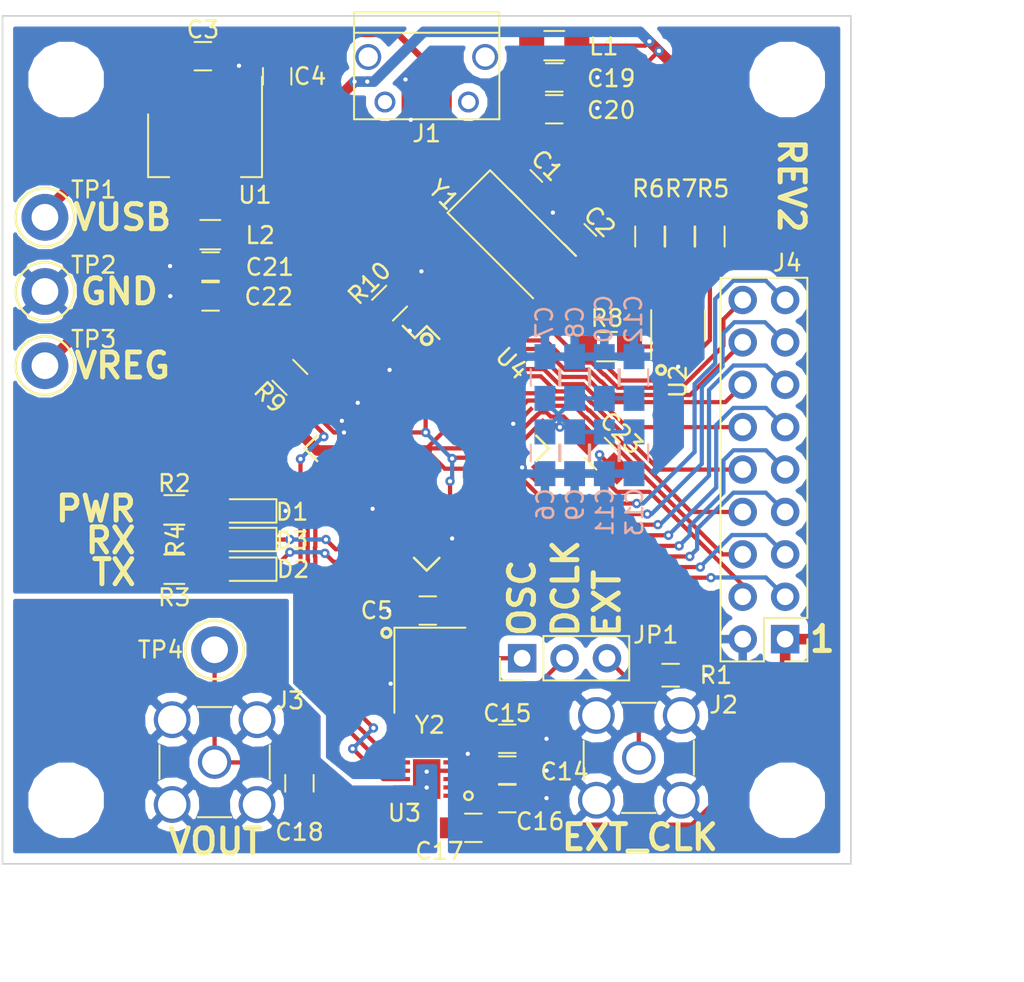
<source format=kicad_pcb>
(kicad_pcb (version 4) (host pcbnew 4.0.6)
  (layers (0 F.Cu signal) (31 B.Cu signal) (34 B.Paste user hide) (35 F.Paste user hide) (36 B.SilkS user) (37 F.SilkS user) (38 B.Mask user) (39 F.Mask user hide) (44 Edge.Cuts user))
  (net 0 "")
  (net 1 "Net-(C3-Pad1)")
  (net 2 GNDA)
  (net 3 +3V3)
  (net 4 "Net-(C10-Pad1)")
  (net 5 "Net-(C14-Pad1)")
  (net 6 "Net-(C17-Pad2)")
  (net 7 "Net-(C18-Pad1)")
  (net 8 FTVPHY)
  (net 9 FTVPLL)
  (net 10 "Net-(D1-Pad2)")
  (net 11 "Net-(D2-Pad2)")
  (net 12 FTTXLED)
  (net 13 "Net-(D3-Pad2)")
  (net 14 FTRXLED)
  (net 15 USB_D-)
  (net 16 USB_D+)
  (net 17 "Net-(J2-Pad1)")
  (net 18 "Net-(J4-Pad3)")
  (net 19 "Net-(J4-Pad4)")
  (net 20 "Net-(J4-Pad5)")
  (net 21 "Net-(J4-Pad6)")
  (net 22 "Net-(J4-Pad7)")
  (net 23 "Net-(J4-Pad8)")
  (net 24 "Net-(J4-Pad9)")
  (net 25 "Net-(J4-Pad10)")
  (net 26 "Net-(J4-Pad11)")
  (net 27 "Net-(J4-Pad12)")
  (net 28 "Net-(J4-Pad13)")
  (net 29 "Net-(J4-Pad14)")
  (net 30 "Net-(J4-Pad15)")
  (net 31 "Net-(J4-Pad16)")
  (net 32 "Net-(J4-Pad17)")
  (net 33 "Net-(J4-Pad18)")
  (net 34 "Net-(JP1-Pad1)")
  (net 35 DAC_CLK)
  (net 36 EEDATA)
  (net 37 EECS)
  (net 38 EECLK)
  (net 39 "Net-(R8-Pad2)")
  (net 40 "Net-(R9-Pad1)")
  (net 41 "Net-(R10-Pad1)")
  (net 42 FTOSC-)
  (net 43 FTOSC+)
  (net 44 /SDATA)
  (net 45 /SCK)
  (net 46 /~FSYNC)
  (net 47 "Net-(U4-Pad18)")
  (net 48 "Net-(U4-Pad21)")
  (net 49 "Net-(U4-Pad22)")
  (net 50 "Net-(U4-Pad23)")
  (net 51 "Net-(U4-Pad24)")
  (net 52 "Net-(U4-Pad26)")
  (net 53 "Net-(U4-Pad27)")
  (net 54 "Net-(U4-Pad28)")
  (net 55 "Net-(U4-Pad32)")
  (net 56 "Net-(U4-Pad33)")
  (net 57 "Net-(U4-Pad34)")
  (net 58 "Net-(U4-Pad36)")
  (net 59 "Net-(U4-Pad60)")
  (net 60 "Net-(Y2-Pad1)")
  (module USB_Micro-B-circular (layer F.Cu) (at 48.26 21.59 180)
    (fp_text reference J1 (at 0 -3.24 180) (layer F.SilkS))
    (fp_text value USB_B)
    (pad 1 smd rect (at -1.3 -1.35 270) (size 1.35 0.4) (layers F.Cu F.Paste F.Mask) (net 1 "Net-(C3-Pad1)"))
    (pad 2 smd rect (at -0.65 -1.35 270) (size 1.35 0.4) (layers F.Cu F.Paste F.Mask) (net 15 USB_D-))
    (pad 3 smd rect (at 0 -1.35 270) (size 1.35 0.4) (layers F.Cu F.Paste F.Mask) (net 16 USB_D+))
    (pad 4 smd rect (at 0.65 -1.35 270) (size 1.35 0.4) (layers F.Cu F.Paste F.Mask) (net 2 GNDA))
    (pad 5 smd rect (at 1.3 -1.35 270) (size 1.35 0.4) (layers F.Cu F.Paste F.Mask) (net 2 GNDA))
    (pad 6 thru_hole circle (at -2.5 -1.35 270) (size 1.25 1.25) (drill 0.85) (layers *.Cu *.Mask))
    (pad 6 thru_hole circle (at 2.5 -1.35 270) (size 1.25 1.25) (drill 0.85) (layers *.Cu *.Mask))
    (pad 6 thru_hole circle (at -3.5 1.35 270) (size 1.55 1.55) (drill 1.15) (layers *.Cu *.Mask))
    (pad 6 thru_hole circle (at 3.5 1.35 270) (size 1.55 1.55) (drill 1.15) (layers *.Cu *.Mask))
  )
  (module Mounting_Holes:MountingHole_3.5mm (layer F.Cu) (at 69.85 64.77)
    (fp_text reference "" (at 0 -4.5) (layer F.SilkS))
    (fp_text value MountingHole_3.5mm)
    (pad 1 np_thru_hole circle (at 0 0) (size 3.5 3.5) (drill 3.5) (layers *.Cu *.Mask))
  )
  (module Mounting_Holes:MountingHole_3.5mm (layer F.Cu) (at 26.67 64.77)
    (fp_text reference "" (at 0 -4.5) (layer F.SilkS))
    (fp_text value MountingHole_3.5mm)
    (pad 1 np_thru_hole circle (at 0 0) (size 3.5 3.5) (drill 3.5) (layers *.Cu *.Mask))
  )
  (module Mounting_Holes:MountingHole_3.5mm (layer F.Cu) (at 69.85 21.59)
    (fp_text reference "" (at 0 -4.5) (layer F.SilkS))
    (fp_text value MountingHole_3.5mm)
    (pad 1 np_thru_hole circle (at 0 0) (size 3.5 3.5) (drill 3.5) (layers *.Cu *.Mask))
  )
  (module Capacitors_SMD:C_0805_HandSoldering (layer F.Cu) (at 54.220913 27.968664 315)
    (fp_text reference C1 (at 0 -1.75 315) (layer F.SilkS))
    (fp_text value 27p)
    (pad 1 smd rect (at -1.25 0 315) (size 1.5 1.25) (layers F.Cu F.Paste F.Mask) (net 42 FTOSC-))
    (pad 2 smd rect (at 1.25 0 315) (size 1.5 1.25) (layers F.Cu F.Paste F.Mask) (net 2 GNDA))
  )
  (module Capacitors_SMD:C_0805_HandSoldering (layer F.Cu) (at 57.453805 31.201556 135)
    (fp_text reference C2 (at -0.038282 1.597532 135) (layer F.SilkS))
    (fp_text value 27p)
    (pad 1 smd rect (at -1.25 0 135) (size 1.5 1.25) (layers F.Cu F.Paste F.Mask) (net 43 FTOSC+))
    (pad 2 smd rect (at 1.25 0 135) (size 1.5 1.25) (layers F.Cu F.Paste F.Mask) (net 2 GNDA))
  )
  (module Capacitors_SMD:C_0805_HandSoldering (layer F.Cu) (at 34.8615 20.193)
    (fp_text reference C3 (at 0 -1.5875) (layer F.SilkS))
    (fp_text value 100n)
    (pad 1 smd rect (at -1.25 0) (size 1.5 1.25) (layers F.Cu F.Paste F.Mask) (net 1 "Net-(C3-Pad1)"))
    (pad 2 smd rect (at 1.25 0) (size 1.5 1.25) (layers F.Cu F.Paste F.Mask) (net 2 GNDA))
  )
  (module Capacitors_SMD:C_0805_HandSoldering (layer F.Cu) (at 39.3065 21.3995 90)
    (fp_text reference C4 (at 0 1.9685 180) (layer F.SilkS))
    (fp_text value 10u)
    (pad 1 smd rect (at -1.25 0 90) (size 1.5 1.25) (layers F.Cu F.Paste F.Mask) (net 3 +3V3))
    (pad 2 smd rect (at 1.25 0 90) (size 1.5 1.25) (layers F.Cu F.Paste F.Mask) (net 2 GNDA))
  )
  (module Capacitors_SMD:C_0805_HandSoldering (layer F.Cu) (at 48.3235 53.4035 180)
    (fp_text reference C5 (at 3.048 0 180) (layer F.SilkS))
    (fp_text value 100n)
    (pad 1 smd rect (at -1.25 0 180) (size 1.5 1.25) (layers F.Cu F.Paste F.Mask) (net 3 +3V3))
    (pad 2 smd rect (at 1.25 0 180) (size 1.5 1.25) (layers F.Cu F.Paste F.Mask) (net 2 GNDA))
  )
  (module Capacitors_SMD:C_0805_HandSoldering (layer B.Cu) (at 55.339561 43.952298 270)
    (fp_text reference C6 (at 3.101202 -0.032439 270) (layer B.SilkS) (effects (justify mirror)))
    (fp_text value 3.3u)
    (pad 1 smd rect (at -1.25 0 270) (size 1.5 1.25) (layers B.Cu B.Paste B.Mask) (net 4 "Net-(C10-Pad1)"))
    (pad 2 smd rect (at 1.25 0 270) (size 1.5 1.25) (layers B.Cu B.Paste B.Mask) (net 2 GNDA))
  )
  (module Capacitors_SMD:C_0805_HandSoldering (layer B.Cu) (at 55.339561 39.443797 90)
    (fp_text reference C7 (at 3.312297 -0.031061 90) (layer B.SilkS) (effects (justify mirror)))
    (fp_text value 100n)
    (pad 1 smd rect (at -1.25 0 90) (size 1.5 1.25) (layers B.Cu B.Paste B.Mask) (net 4 "Net-(C10-Pad1)"))
    (pad 2 smd rect (at 1.25 0 90) (size 1.5 1.25) (layers B.Cu B.Paste B.Mask) (net 2 GNDA))
  )
  (module Capacitors_SMD:C_0805_HandSoldering (layer B.Cu) (at 57.117562 39.443797 90)
    (fp_text reference C8 (at 3.312297 0.032438 90) (layer B.SilkS) (effects (justify mirror)))
    (fp_text value 100n)
    (pad 1 smd rect (at -1.25 0 90) (size 1.5 1.25) (layers B.Cu B.Paste B.Mask) (net 4 "Net-(C10-Pad1)"))
    (pad 2 smd rect (at 1.25 0 90) (size 1.5 1.25) (layers B.Cu B.Paste B.Mask) (net 2 GNDA))
  )
  (module Capacitors_SMD:C_0805_HandSoldering (layer B.Cu) (at 57.117562 43.952298 270)
    (fp_text reference C9 (at 3.101202 -0.032438 270) (layer B.SilkS) (effects (justify mirror)))
    (fp_text value 100n)
    (pad 1 smd rect (at -1.25 0 270) (size 1.5 1.25) (layers B.Cu B.Paste B.Mask) (net 4 "Net-(C10-Pad1)"))
    (pad 2 smd rect (at 1.25 0 270) (size 1.5 1.25) (layers B.Cu B.Paste B.Mask) (net 2 GNDA))
  )
  (module Capacitors_SMD:C_0805_HandSoldering (layer B.Cu) (at 58.895562 39.443797 90)
    (fp_text reference C10 (at 3.502797 -0.031062 90) (layer B.SilkS) (effects (justify mirror)))
    (fp_text value 100n)
    (pad 1 smd rect (at -1.25 0 90) (size 1.5 1.25) (layers B.Cu B.Paste B.Mask) (net 4 "Net-(C10-Pad1)"))
    (pad 2 smd rect (at 1.25 0 90) (size 1.5 1.25) (layers B.Cu B.Paste B.Mask) (net 2 GNDA))
  )
  (module Capacitors_SMD:C_0805_HandSoldering (layer B.Cu) (at 58.895562 43.952298 270)
    (fp_text reference C11 (at 3.545702 -0.032438 270) (layer B.SilkS) (effects (justify mirror)))
    (fp_text value 100n)
    (pad 1 smd rect (at -1.25 0 270) (size 1.5 1.25) (layers B.Cu B.Paste B.Mask) (net 4 "Net-(C10-Pad1)"))
    (pad 2 smd rect (at 1.25 0 270) (size 1.5 1.25) (layers B.Cu B.Paste B.Mask) (net 2 GNDA))
  )
  (module Capacitors_SMD:C_0805_HandSoldering (layer B.Cu) (at 60.673562 39.443797 90)
    (fp_text reference C12 (at 3.502797 -0.031062 90) (layer B.SilkS) (effects (justify mirror)))
    (fp_text value 100n)
    (pad 1 smd rect (at -1.25 0 90) (size 1.5 1.25) (layers B.Cu B.Paste B.Mask) (net 4 "Net-(C10-Pad1)"))
    (pad 2 smd rect (at 1.25 0 90) (size 1.5 1.25) (layers B.Cu B.Paste B.Mask) (net 2 GNDA))
  )
  (module Capacitors_SMD:C_0805_HandSoldering (layer B.Cu) (at 60.673562 43.952298 270)
    (fp_text reference C13 (at 3.545702 -0.032438 270) (layer B.SilkS) (effects (justify mirror)))
    (fp_text value 100n)
    (pad 1 smd rect (at -1.25 0 270) (size 1.5 1.25) (layers B.Cu B.Paste B.Mask) (net 4 "Net-(C10-Pad1)"))
    (pad 2 smd rect (at 1.25 0 270) (size 1.5 1.25) (layers B.Cu B.Paste B.Mask) (net 2 GNDA))
  )
  (module Capacitors_SMD:C_0805_HandSoldering (layer F.Cu) (at 53.086 62.992)
    (fp_text reference C14 (at 3.429 0.0635) (layer F.SilkS))
    (fp_text value 100n)
    (pad 1 smd rect (at -1.25 0) (size 1.5 1.25) (layers F.Cu F.Paste F.Mask) (net 5 "Net-(C14-Pad1)"))
    (pad 2 smd rect (at 1.25 0) (size 1.5 1.25) (layers F.Cu F.Paste F.Mask) (net 2 GNDA))
  )
  (module Capacitors_SMD:C_0805_HandSoldering (layer F.Cu) (at 53.086 61.087)
    (fp_text reference C15 (at 0 -1.524) (layer F.SilkS))
    (fp_text value 10u)
    (pad 1 smd rect (at -1.25 0) (size 1.5 1.25) (layers F.Cu F.Paste F.Mask) (net 5 "Net-(C14-Pad1)"))
    (pad 2 smd rect (at 1.25 0) (size 1.5 1.25) (layers F.Cu F.Paste F.Mask) (net 2 GNDA))
  )
  (module Capacitors_SMD:C_0805_HandSoldering (layer F.Cu) (at 53.086 64.643)
    (fp_text reference C16 (at 1.9685 1.397) (layer F.SilkS))
    (fp_text value 100n)
    (pad 1 smd rect (at -1.25 0) (size 1.5 1.25) (layers F.Cu F.Paste F.Mask) (net 3 +3V3))
    (pad 2 smd rect (at 1.25 0) (size 1.5 1.25) (layers F.Cu F.Paste F.Mask) (net 2 GNDA))
  )
  (module Capacitors_SMD:C_0805_HandSoldering (layer F.Cu) (at 51.054 66.421 180)
    (fp_text reference C17 (at 2.032 -1.397 180) (layer F.SilkS))
    (fp_text value 10n)
    (pad 1 smd rect (at -1.25 0 180) (size 1.5 1.25) (layers F.Cu F.Paste F.Mask) (net 3 +3V3))
    (pad 2 smd rect (at 1.25 0 180) (size 1.5 1.25) (layers F.Cu F.Paste F.Mask) (net 6 "Net-(C17-Pad2)"))
  )
  (module Capacitors_SMD:C_0805_HandSoldering (layer F.Cu) (at 40.64 63.754 270)
    (fp_text reference C18 (at 2.921 0 360) (layer F.SilkS))
    (fp_text value 100n)
    (pad 1 smd rect (at -1.25 0 270) (size 1.5 1.25) (layers F.Cu F.Paste F.Mask) (net 7 "Net-(C18-Pad1)"))
    (pad 2 smd rect (at 1.25 0 270) (size 1.5 1.25) (layers F.Cu F.Paste F.Mask) (net 2 GNDA))
  )
  (module Capacitors_SMD:C_0805_HandSoldering (layer F.Cu) (at 55.897784 21.467386)
    (fp_text reference C19 (at 3.411216 0.059114) (layer F.SilkS))
    (fp_text value 4.7u)
    (pad 1 smd rect (at -1.25 0) (size 1.5 1.25) (layers F.Cu F.Paste F.Mask) (net 8 FTVPHY))
    (pad 2 smd rect (at 1.25 0) (size 1.5 1.25) (layers F.Cu F.Paste F.Mask) (net 2 GNDA))
  )
  (module Capacitors_SMD:C_0805_HandSoldering (layer F.Cu) (at 55.897783 23.372386)
    (fp_text reference C20 (at 3.411217 0.059114) (layer F.SilkS))
    (fp_text value 100n)
    (pad 1 smd rect (at -1.25 0) (size 1.5 1.25) (layers F.Cu F.Paste F.Mask) (net 8 FTVPHY))
    (pad 2 smd rect (at 1.25 0) (size 1.5 1.25) (layers F.Cu F.Paste F.Mask) (net 2 GNDA))
  )
  (module Capacitors_SMD:C_0805_HandSoldering (layer F.Cu) (at 35.316728 32.790583 180)
    (fp_text reference C21 (at -3.545272 -0.038917 180) (layer F.SilkS))
    (fp_text value 4.7u)
    (pad 1 smd rect (at -1.25 0 180) (size 1.5 1.25) (layers F.Cu F.Paste F.Mask) (net 9 FTVPLL))
    (pad 2 smd rect (at 1.25 0 180) (size 1.5 1.25) (layers F.Cu F.Paste F.Mask) (net 2 GNDA))
  )
  (module Capacitors_SMD:C_0805_HandSoldering (layer F.Cu) (at 35.316728 34.586634 180)
    (fp_text reference C22 (at -3.481772 -0.020866 180) (layer F.SilkS))
    (fp_text value 100n)
    (pad 1 smd rect (at -1.25 0 180) (size 1.5 1.25) (layers F.Cu F.Paste F.Mask) (net 9 FTVPLL))
    (pad 2 smd rect (at 1.25 0 180) (size 1.5 1.25) (layers F.Cu F.Paste F.Mask) (net 2 GNDA))
  )
  (module Capacitors_SMD:C_0805_HandSoldering (layer F.Cu) (at 58.674 44.0055 315)
    (fp_text reference C23 (at 0 -1.75 315) (layer F.SilkS))
    (fp_text value 100n)
    (pad 1 smd rect (at -1.25 0 315) (size 1.5 1.25) (layers F.Cu F.Paste F.Mask) (net 3 +3V3))
    (pad 2 smd rect (at 1.25 0 315) (size 1.5 1.25) (layers F.Cu F.Paste F.Mask) (net 2 GNDA))
  )
  (module LEDs:LED_0805 (layer F.Cu) (at 37.465 47.4345 180)
    (fp_text reference D1 (at -2.7305 -0.0635 180) (layer F.SilkS))
    (fp_text value LED_Small)
    (pad 2 smd rect (at 1.1 0) (size 1.2 1.2) (layers F.Cu F.Paste F.Mask) (net 10 "Net-(D1-Pad2)"))
    (pad 1 smd rect (at -1.1 0) (size 1.2 1.2) (layers F.Cu F.Paste F.Mask) (net 2 GNDA))
  )
  (module LEDs:LED_0805 (layer F.Cu) (at 37.465 50.927 180)
    (fp_text reference D2 (at -2.794 0 180) (layer F.SilkS))
    (fp_text value LED_Small)
    (pad 2 smd rect (at 1.1 0) (size 1.2 1.2) (layers F.Cu F.Paste F.Mask) (net 11 "Net-(D2-Pad2)"))
    (pad 1 smd rect (at -1.1 0) (size 1.2 1.2) (layers F.Cu F.Paste F.Mask) (net 12 FTTXLED))
  )
  (module LEDs:LED_0805 (layer F.Cu) (at 37.465 49.149 180)
    (fp_text reference D3 (at -2.7305 -0.0635 180) (layer F.SilkS))
    (fp_text value LED_Small)
    (pad 2 smd rect (at 1.1 0) (size 1.2 1.2) (layers F.Cu F.Paste F.Mask) (net 13 "Net-(D3-Pad2)"))
    (pad 1 smd rect (at -1.1 0) (size 1.2 1.2) (layers F.Cu F.Paste F.Mask) (net 14 FTRXLED))
  )
  (module Connectors:SMA_THT_Jack_Straight (layer F.Cu) (at 60.96 62.23)
    (fp_text reference J2 (at 5.08 -3.175) (layer F.SilkS))
    (fp_text value EXT_CLK)
    (pad 2 thru_hole circle (at -2.54 2.54) (size 2.2 2.2) (drill 1.7) (layers *.Cu *.Mask) (net 2 GNDA))
    (pad 2 thru_hole circle (at -2.54 -2.54) (size 2.2 2.2) (drill 1.7) (layers *.Cu *.Mask) (net 2 GNDA))
    (pad 2 thru_hole circle (at 2.54 -2.54) (size 2.2 2.2) (drill 1.7) (layers *.Cu *.Mask) (net 2 GNDA))
    (pad 2 thru_hole circle (at 2.54 2.54) (size 2.2 2.2) (drill 1.7) (layers *.Cu *.Mask) (net 2 GNDA))
    (pad 1 thru_hole circle (at 0 0) (size 2 2) (drill 1.5) (layers *.Cu *.Mask) (net 17 "Net-(J2-Pad1)"))
  )
  (module Connectors:SMA_THT_Jack_Straight (layer F.Cu) (at 35.56 62.484)
    (fp_text reference J3 (at 4.5085 -3.683) (layer F.SilkS))
    (fp_text value VOUT)
    (pad 2 thru_hole circle (at -2.54 2.54) (size 2.2 2.2) (drill 1.7) (layers *.Cu *.Mask) (net 2 GNDA))
    (pad 2 thru_hole circle (at -2.54 -2.54) (size 2.2 2.2) (drill 1.7) (layers *.Cu *.Mask) (net 2 GNDA))
    (pad 2 thru_hole circle (at 2.54 -2.54) (size 2.2 2.2) (drill 1.7) (layers *.Cu *.Mask) (net 2 GNDA))
    (pad 2 thru_hole circle (at 2.54 2.54) (size 2.2 2.2) (drill 1.7) (layers *.Cu *.Mask) (net 2 GNDA))
    (pad 1 thru_hole circle (at 0 0) (size 2 2) (drill 1.5) (layers *.Cu *.Mask) (net 7 "Net-(C18-Pad1)"))
  )
  (module Pin_Headers:Pin_Header_Straight_2x09_Pitch2.54mm (layer F.Cu) (at 69.723 55.118 180)
    (fp_text reference J4 (at -0.127 22.5425 360) (layer F.SilkS))
    (fp_text value CONN_02X09)
    (pad 1 thru_hole rect (at 0 0 180) (size 1.7 1.7) (drill 1) (layers *.Cu *.Mask) (net 3 +3V3))
    (pad 2 thru_hole oval (at 2.54 0 180) (size 1.7 1.7) (drill 1) (layers *.Cu *.Mask) (net 2 GNDA))
    (pad 3 thru_hole oval (at 0 2.54 180) (size 1.7 1.7) (drill 1) (layers *.Cu *.Mask) (net 18 "Net-(J4-Pad3)"))
    (pad 4 thru_hole oval (at 2.54 2.54 180) (size 1.7 1.7) (drill 1) (layers *.Cu *.Mask) (net 19 "Net-(J4-Pad4)"))
    (pad 5 thru_hole oval (at 0 5.08 180) (size 1.7 1.7) (drill 1) (layers *.Cu *.Mask) (net 20 "Net-(J4-Pad5)"))
    (pad 6 thru_hole oval (at 2.54 5.08 180) (size 1.7 1.7) (drill 1) (layers *.Cu *.Mask) (net 21 "Net-(J4-Pad6)"))
    (pad 7 thru_hole oval (at 0 7.62 180) (size 1.7 1.7) (drill 1) (layers *.Cu *.Mask) (net 22 "Net-(J4-Pad7)"))
    (pad 8 thru_hole oval (at 2.54 7.62 180) (size 1.7 1.7) (drill 1) (layers *.Cu *.Mask) (net 23 "Net-(J4-Pad8)"))
    (pad 9 thru_hole oval (at 0 10.16 180) (size 1.7 1.7) (drill 1) (layers *.Cu *.Mask) (net 24 "Net-(J4-Pad9)"))
    (pad 10 thru_hole oval (at 2.54 10.16 180) (size 1.7 1.7) (drill 1) (layers *.Cu *.Mask) (net 25 "Net-(J4-Pad10)"))
    (pad 11 thru_hole oval (at 0 12.7 180) (size 1.7 1.7) (drill 1) (layers *.Cu *.Mask) (net 26 "Net-(J4-Pad11)"))
    (pad 12 thru_hole oval (at 2.54 12.7 180) (size 1.7 1.7) (drill 1) (layers *.Cu *.Mask) (net 27 "Net-(J4-Pad12)"))
    (pad 13 thru_hole oval (at 0 15.24 180) (size 1.7 1.7) (drill 1) (layers *.Cu *.Mask) (net 28 "Net-(J4-Pad13)"))
    (pad 14 thru_hole oval (at 2.54 15.24 180) (size 1.7 1.7) (drill 1) (layers *.Cu *.Mask) (net 29 "Net-(J4-Pad14)"))
    (pad 15 thru_hole oval (at 0 17.78 180) (size 1.7 1.7) (drill 1) (layers *.Cu *.Mask) (net 30 "Net-(J4-Pad15)"))
    (pad 16 thru_hole oval (at 2.54 17.78 180) (size 1.7 1.7) (drill 1) (layers *.Cu *.Mask) (net 31 "Net-(J4-Pad16)"))
    (pad 17 thru_hole oval (at 0 20.32 180) (size 1.7 1.7) (drill 1) (layers *.Cu *.Mask) (net 32 "Net-(J4-Pad17)"))
    (pad 18 thru_hole oval (at 2.54 20.32 180) (size 1.7 1.7) (drill 1) (layers *.Cu *.Mask) (net 33 "Net-(J4-Pad18)"))
  )
  (module Pin_Headers:Pin_Header_Straight_1x03_Pitch2.54mm (layer F.Cu) (at 53.975 56.261 90)
    (fp_text reference JP1 (at 1.397 8.001 360) (layer F.SilkS))
    (fp_text value CLK_SELECT)
    (pad 1 thru_hole rect (at 0 0 90) (size 1.7 1.7) (drill 1) (layers *.Cu *.Mask) (net 34 "Net-(JP1-Pad1)"))
    (pad 2 thru_hole oval (at 0 2.54 90) (size 1.7 1.7) (drill 1) (layers *.Cu *.Mask) (net 35 DAC_CLK))
    (pad 3 thru_hole oval (at 0 5.08 90) (size 1.7 1.7) (drill 1) (layers *.Cu *.Mask) (net 17 "Net-(J2-Pad1)"))
  )
  (module Inductors_SMD:L_0805_HandSoldering (layer F.Cu) (at 55.897784 19.562387 180)
    (fp_text reference L1 (at -2.966716 -0.059113 180) (layer F.SilkS))
    (fp_text value 800m)
    (pad 1 smd rect (at -1.35 0 180) (size 1.5 1.3) (layers F.Cu F.Paste F.Mask) (net 3 +3V3))
    (pad 2 smd rect (at 1.35 0 180) (size 1.5 1.3) (layers F.Cu F.Paste F.Mask) (net 8 FTVPHY))
  )
  (module Inductors_SMD:L_0805_HandSoldering (layer F.Cu) (at 35.3022 30.8864)
    (fp_text reference L2 (at 2.9883 0.0381) (layer F.SilkS))
    (fp_text value 800m)
    (pad 1 smd rect (at -1.35 0) (size 1.5 1.3) (layers F.Cu F.Paste F.Mask) (net 3 +3V3))
    (pad 2 smd rect (at 1.35 0) (size 1.5 1.3) (layers F.Cu F.Paste F.Mask) (net 9 FTVPLL))
  )
  (module Resistors_SMD:R_0603_HandSoldering (layer F.Cu) (at 62.865 57.277)
    (fp_text reference R1 (at 2.71 0) (layer F.SilkS))
    (fp_text value 50)
    (pad 1 smd rect (at -1.1 0) (size 1.2 0.9) (layers F.Cu F.Paste F.Mask) (net 17 "Net-(J2-Pad1)"))
    (pad 2 smd rect (at 1.1 0) (size 1.2 0.9) (layers F.Cu F.Paste F.Mask) (net 2 GNDA))
  )
  (module Resistors_SMD:R_0805_HandSoldering (layer F.Cu) (at 33.147 47.371 180)
    (fp_text reference R2 (at 0 1.5875 180) (layer F.SilkS))
    (fp_text value 470)
    (pad 1 smd rect (at -1.35 0 180) (size 1.5 1.3) (layers F.Cu F.Paste F.Mask) (net 10 "Net-(D1-Pad2)"))
    (pad 2 smd rect (at 1.35 0 180) (size 1.5 1.3) (layers F.Cu F.Paste F.Mask) (net 3 +3V3))
  )
  (module Resistors_SMD:R_0805_HandSoldering (layer F.Cu) (at 33.147 50.927 180)
    (fp_text reference R3 (at 0 -1.7 180) (layer F.SilkS))
    (fp_text value 470)
    (pad 1 smd rect (at -1.35 0 180) (size 1.5 1.3) (layers F.Cu F.Paste F.Mask) (net 11 "Net-(D2-Pad2)"))
    (pad 2 smd rect (at 1.35 0 180) (size 1.5 1.3) (layers F.Cu F.Paste F.Mask) (net 3 +3V3))
  )
  (module Resistors_SMD:R_0805_HandSoldering (layer F.Cu) (at 33.147 49.149 180)
    (fp_text reference R4 (at -0.0635 -0.0635 270) (layer F.SilkS))
    (fp_text value 470)
    (pad 1 smd rect (at -1.35 0 180) (size 1.5 1.3) (layers F.Cu F.Paste F.Mask) (net 13 "Net-(D3-Pad2)"))
    (pad 2 smd rect (at 1.35 0 180) (size 1.5 1.3) (layers F.Cu F.Paste F.Mask) (net 3 +3V3))
  )
  (module Resistors_SMD:R_0805_HandSoldering (layer F.Cu) (at 65.217519 30.997991 270)
    (fp_text reference R5 (at -2.867491 -0.187481 360) (layer F.SilkS))
    (fp_text value 10k)
    (pad 1 smd rect (at -1.35 0 270) (size 1.5 1.3) (layers F.Cu F.Paste F.Mask) (net 3 +3V3))
    (pad 2 smd rect (at 1.35 0 270) (size 1.5 1.3) (layers F.Cu F.Paste F.Mask) (net 36 EEDATA))
  )
  (module Resistors_SMD:R_0805_HandSoldering (layer F.Cu) (at 61.625416 30.997991 270)
    (fp_text reference R6 (at -2.867491 0.093916 360) (layer F.SilkS))
    (fp_text value 10k)
    (pad 1 smd rect (at -1.35 0 270) (size 1.5 1.3) (layers F.Cu F.Paste F.Mask) (net 3 +3V3))
    (pad 2 smd rect (at 1.35 0 270) (size 1.5 1.3) (layers F.Cu F.Paste F.Mask) (net 37 EECS))
  )
  (module Resistors_SMD:R_0805_HandSoldering (layer F.Cu) (at 63.421467 30.997991 270)
    (fp_text reference R7 (at -2.867491 -0.078533 360) (layer F.SilkS))
    (fp_text value 10k)
    (pad 1 smd rect (at -1.35 0 270) (size 1.5 1.3) (layers F.Cu F.Paste F.Mask) (net 3 +3V3))
    (pad 2 smd rect (at 1.35 0 270) (size 1.5 1.3) (layers F.Cu F.Paste F.Mask) (net 38 EECLK))
  )
  (module Resistors_SMD:R_0805_HandSoldering (layer F.Cu) (at 59.055 37.592)
    (fp_text reference R8 (at 0 -1.7) (layer F.SilkS))
    (fp_text value 2.2k)
    (pad 1 smd rect (at -1.35 0) (size 1.5 1.3) (layers F.Cu F.Paste F.Mask) (net 36 EEDATA))
    (pad 2 smd rect (at 1.35 0) (size 1.5 1.3) (layers F.Cu F.Paste F.Mask) (net 39 "Net-(R8-Pad2)"))
  )
  (module Resistors_SMD:R_0805_HandSoldering (layer F.Cu) (at 40.0685 39.4335 135)
    (fp_text reference R9 (at 0 -1.7 135) (layer F.SilkS))
    (fp_text value 1k)
    (pad 1 smd rect (at -1.35 0 135) (size 1.5 1.3) (layers F.Cu F.Paste F.Mask) (net 40 "Net-(R9-Pad1)"))
    (pad 2 smd rect (at 1.35 0 135) (size 1.5 1.3) (layers F.Cu F.Paste F.Mask) (net 3 +3V3))
  )
  (module Resistors_SMD:R_0805_HandSoldering (layer F.Cu) (at 46.0375 34.9885 45)
    (fp_text reference R10 (at 0 -1.7 45) (layer F.SilkS))
    (fp_text value 12k)
    (pad 1 smd rect (at -1.35 0 45) (size 1.5 1.3) (layers F.Cu F.Paste F.Mask) (net 41 "Net-(R10-Pad1)"))
    (pad 2 smd rect (at 1.35 0 45) (size 1.5 1.3) (layers F.Cu F.Paste F.Mask) (net 2 GNDA))
  )
  (module WG:SOT-223 (layer F.Cu) (at 34.9885 25.527 270)
    (fp_text reference U1 (at 2.9845 -2.9845 360) (layer F.SilkS))
    (fp_text value LD1117S33TR)
    (pad 4 smd rect (at 3.15 0 270) (size 2 3.8) (layers F.Cu F.Paste F.Mask))
    (pad 2 smd rect (at -3.15 0 270) (size 2 1.5) (layers F.Cu F.Paste F.Mask) (net 3 +3V3))
    (pad 3 smd rect (at -3.15 2.3 270) (size 2 1.5) (layers F.Cu F.Paste F.Mask) (net 1 "Net-(C3-Pad1)"))
    (pad 1 smd rect (at -3.15 -2.3 270) (size 2 1.5) (layers F.Cu F.Paste F.Mask) (net 2 GNDA))
  )
  (module TO_SOT_Packages_SMD:SOT-23-6_Handsoldering (layer F.Cu) (at 63.312 36.3055 90)
    (fp_text reference U2 (at -3.382 -0.0025 90) (layer F.SilkS))
    (fp_text value 93LC46BT)
    (pad 1 smd rect (at -1.35 -0.95 90) (size 1.56 0.65) (layers F.Cu F.Paste F.Mask) (net 39 "Net-(R8-Pad2)"))
    (pad 2 smd rect (at -1.35 0 90) (size 1.56 0.65) (layers F.Cu F.Paste F.Mask) (net 2 GNDA))
    (pad 3 smd rect (at -1.35 0.95 90) (size 1.56 0.65) (layers F.Cu F.Paste F.Mask) (net 36 EEDATA))
    (pad 4 smd rect (at 1.35 0.95 90) (size 1.56 0.65) (layers F.Cu F.Paste F.Mask) (net 38 EECLK))
    (pad 6 smd rect (at 1.35 -0.95 90) (size 1.56 0.65) (layers F.Cu F.Paste F.Mask) (net 3 +3V3))
    (pad 5 smd rect (at 1.35 0 90) (size 1.56 0.65) (layers F.Cu F.Paste F.Mask) (net 37 EECS))
  )
  (module WG:AD9837 (layer F.Cu) (at 48.26 63.5 180)
    (fp_text reference U3 (at 1.3335 -2.032 180) (layer F.SilkS))
    (fp_text value AD9837)
    (pad 11 smd rect (at 0 0 180) (size 1.64 2.38) (layers F.Cu F.Paste F.Mask) (net 2 GNDA))
    (pad 1 smd rect (at -1.5 -1 180) (size 1 0.25) (layers F.Cu F.Paste F.Mask) (net 6 "Net-(C17-Pad2)"))
    (pad 2 smd rect (at -1.5 -0.5 180) (size 1 0.25) (layers F.Cu F.Paste F.Mask) (net 3 +3V3))
    (pad 3 smd rect (at -1.5 0 180) (size 1 0.25) (layers F.Cu F.Paste F.Mask) (net 5 "Net-(C14-Pad1)"))
    (pad 4 smd rect (at -1.5 0.5 180) (size 1 0.25) (layers F.Cu F.Paste F.Mask) (net 2 GNDA))
    (pad 5 smd rect (at -1.5 1 180) (size 1 0.25) (layers F.Cu F.Paste F.Mask) (net 35 DAC_CLK))
    (pad 6 smd rect (at 1.5 1 180) (size 1 0.25) (layers F.Cu F.Paste F.Mask) (net 44 /SDATA))
    (pad 7 smd rect (at 1.5 0.5 180) (size 1 0.25) (layers F.Cu F.Paste F.Mask) (net 45 /SCK))
    (pad 8 smd rect (at 1.5 0 180) (size 1 0.25) (layers F.Cu F.Paste F.Mask) (net 46 /~FSYNC))
    (pad 9 smd rect (at 1.5 -0.5 180) (size 1 0.25) (layers F.Cu F.Paste F.Mask) (net 2 GNDA))
    (pad 10 smd rect (at 1.5 -1 180) (size 1 0.25) (layers F.Cu F.Paste F.Mask) (net 7 "Net-(C18-Pad1)"))
  )
  (module Housings_QFP:LQFP-64_10x10mm_Pitch0.5mm (layer F.Cu) (at 48.26 43.688 315)
    (fp_text reference U4 (at 0 -7.2 315) (layer F.SilkS))
    (fp_text value FT2232H)
    (pad 1 smd rect (at -5.7 -3.75 315) (size 1 0.25) (layers F.Cu F.Paste F.Mask) (net 2 GNDA))
    (pad 2 smd rect (at -5.7 -3.25 315) (size 1 0.25) (layers F.Cu F.Paste F.Mask) (net 42 FTOSC-))
    (pad 3 smd rect (at -5.7 -2.75 315) (size 1 0.25) (layers F.Cu F.Paste F.Mask) (net 43 FTOSC+))
    (pad 4 smd rect (at -5.7 -2.25 315) (size 1 0.25) (layers F.Cu F.Paste F.Mask) (net 8 FTVPHY))
    (pad 5 smd rect (at -5.7 -1.75 315) (size 1 0.25) (layers F.Cu F.Paste F.Mask) (net 2 GNDA))
    (pad 6 smd rect (at -5.7 -1.25 315) (size 1 0.25) (layers F.Cu F.Paste F.Mask) (net 41 "Net-(R10-Pad1)"))
    (pad 7 smd rect (at -5.7 -0.75 315) (size 1 0.25) (layers F.Cu F.Paste F.Mask) (net 15 USB_D-))
    (pad 8 smd rect (at -5.7 -0.25 315) (size 1 0.25) (layers F.Cu F.Paste F.Mask) (net 16 USB_D+))
    (pad 9 smd rect (at -5.7 0.25 315) (size 1 0.25) (layers F.Cu F.Paste F.Mask) (net 9 FTVPLL))
    (pad 10 smd rect (at -5.7 0.75 315) (size 1 0.25) (layers F.Cu F.Paste F.Mask) (net 2 GNDA))
    (pad 11 smd rect (at -5.7 1.25 315) (size 1 0.25) (layers F.Cu F.Paste F.Mask) (net 2 GNDA))
    (pad 12 smd rect (at -5.7 1.75 315) (size 1 0.25) (layers F.Cu F.Paste F.Mask) (net 4 "Net-(C10-Pad1)"))
    (pad 13 smd rect (at -5.7 2.25 315) (size 1 0.25) (layers F.Cu F.Paste F.Mask) (net 2 GNDA))
    (pad 14 smd rect (at -5.7 2.75 315) (size 1 0.25) (layers F.Cu F.Paste F.Mask) (net 40 "Net-(R9-Pad1)"))
    (pad 15 smd rect (at -5.7 3.25 315) (size 1 0.25) (layers F.Cu F.Paste F.Mask) (net 2 GNDA))
    (pad 16 smd rect (at -5.7 3.75 315) (size 1 0.25) (layers F.Cu F.Paste F.Mask) (net 45 /SCK))
    (pad 17 smd rect (at -3.75 5.7 45) (size 1 0.25) (layers F.Cu F.Paste F.Mask) (net 44 /SDATA))
    (pad 18 smd rect (at -3.25 5.7 45) (size 1 0.25) (layers F.Cu F.Paste F.Mask) (net 47 "Net-(U4-Pad18)"))
    (pad 19 smd rect (at -2.75 5.7 45) (size 1 0.25) (layers F.Cu F.Paste F.Mask) (net 46 /~FSYNC))
    (pad 20 smd rect (at -2.25 5.7 45) (size 1 0.25) (layers F.Cu F.Paste F.Mask) (net 3 +3V3))
    (pad 21 smd rect (at -1.75 5.7 45) (size 1 0.25) (layers F.Cu F.Paste F.Mask) (net 48 "Net-(U4-Pad21)"))
    (pad 22 smd rect (at -1.25 5.7 45) (size 1 0.25) (layers F.Cu F.Paste F.Mask) (net 49 "Net-(U4-Pad22)"))
    (pad 23 smd rect (at -0.75 5.7 45) (size 1 0.25) (layers F.Cu F.Paste F.Mask) (net 50 "Net-(U4-Pad23)"))
    (pad 24 smd rect (at -0.25 5.7 45) (size 1 0.25) (layers F.Cu F.Paste F.Mask) (net 51 "Net-(U4-Pad24)"))
    (pad 25 smd rect (at 0.25 5.7 45) (size 1 0.25) (layers F.Cu F.Paste F.Mask) (net 2 GNDA))
    (pad 26 smd rect (at 0.75 5.7 45) (size 1 0.25) (layers F.Cu F.Paste F.Mask) (net 52 "Net-(U4-Pad26)"))
    (pad 27 smd rect (at 1.25 5.7 45) (size 1 0.25) (layers F.Cu F.Paste F.Mask) (net 53 "Net-(U4-Pad27)"))
    (pad 28 smd rect (at 1.75 5.7 45) (size 1 0.25) (layers F.Cu F.Paste F.Mask) (net 54 "Net-(U4-Pad28)"))
    (pad 29 smd rect (at 2.25 5.7 45) (size 1 0.25) (layers F.Cu F.Paste F.Mask) (net 14 FTRXLED))
    (pad 30 smd rect (at 2.75 5.7 45) (size 1 0.25) (layers F.Cu F.Paste F.Mask) (net 12 FTTXLED))
    (pad 31 smd rect (at 3.25 5.7 45) (size 1 0.25) (layers F.Cu F.Paste F.Mask) (net 3 +3V3))
    (pad 32 smd rect (at 3.75 5.7 45) (size 1 0.25) (layers F.Cu F.Paste F.Mask) (net 55 "Net-(U4-Pad32)"))
    (pad 33 smd rect (at 5.7 3.75 315) (size 1 0.25) (layers F.Cu F.Paste F.Mask) (net 56 "Net-(U4-Pad33)"))
    (pad 34 smd rect (at 5.7 3.25 315) (size 1 0.25) (layers F.Cu F.Paste F.Mask) (net 57 "Net-(U4-Pad34)"))
    (pad 35 smd rect (at 5.7 2.75 315) (size 1 0.25) (layers F.Cu F.Paste F.Mask) (net 2 GNDA))
    (pad 36 smd rect (at 5.7 2.25 315) (size 1 0.25) (layers F.Cu F.Paste F.Mask) (net 58 "Net-(U4-Pad36)"))
    (pad 37 smd rect (at 5.7 1.75 315) (size 1 0.25) (layers F.Cu F.Paste F.Mask) (net 4 "Net-(C10-Pad1)"))
    (pad 38 smd rect (at 5.7 1.25 315) (size 1 0.25) (layers F.Cu F.Paste F.Mask) (net 18 "Net-(J4-Pad3)"))
    (pad 39 smd rect (at 5.7 0.75 315) (size 1 0.25) (layers F.Cu F.Paste F.Mask) (net 20 "Net-(J4-Pad5)"))
    (pad 40 smd rect (at 5.7 0.25 315) (size 1 0.25) (layers F.Cu F.Paste F.Mask) (net 22 "Net-(J4-Pad7)"))
    (pad 41 smd rect (at 5.7 -0.25 315) (size 1 0.25) (layers F.Cu F.Paste F.Mask) (net 24 "Net-(J4-Pad9)"))
    (pad 42 smd rect (at 5.7 -0.75 315) (size 1 0.25) (layers F.Cu F.Paste F.Mask) (net 3 +3V3))
    (pad 43 smd rect (at 5.7 -1.25 315) (size 1 0.25) (layers F.Cu F.Paste F.Mask) (net 26 "Net-(J4-Pad11)"))
    (pad 44 smd rect (at 5.7 -1.75 315) (size 1 0.25) (layers F.Cu F.Paste F.Mask) (net 28 "Net-(J4-Pad13)"))
    (pad 45 smd rect (at 5.7 -2.25 315) (size 1 0.25) (layers F.Cu F.Paste F.Mask) (net 30 "Net-(J4-Pad15)"))
    (pad 46 smd rect (at 5.7 -2.75 315) (size 1 0.25) (layers F.Cu F.Paste F.Mask) (net 32 "Net-(J4-Pad17)"))
    (pad 47 smd rect (at 5.7 -3.25 315) (size 1 0.25) (layers F.Cu F.Paste F.Mask) (net 2 GNDA))
    (pad 48 smd rect (at 5.7 -3.75 315) (size 1 0.25) (layers F.Cu F.Paste F.Mask) (net 19 "Net-(J4-Pad4)"))
    (pad 49 smd rect (at 3.75 -5.7 45) (size 1 0.25) (layers F.Cu F.Paste F.Mask) (net 4 "Net-(C10-Pad1)"))
    (pad 50 smd rect (at 3.25 -5.7 45) (size 1 0.25) (layers F.Cu F.Paste F.Mask) (net 3 +3V3))
    (pad 51 smd rect (at 2.75 -5.7 45) (size 1 0.25) (layers F.Cu F.Paste F.Mask) (net 2 GNDA))
    (pad 52 smd rect (at 2.25 -5.7 45) (size 1 0.25) (layers F.Cu F.Paste F.Mask) (net 21 "Net-(J4-Pad6)"))
    (pad 53 smd rect (at 1.75 -5.7 45) (size 1 0.25) (layers F.Cu F.Paste F.Mask) (net 23 "Net-(J4-Pad8)"))
    (pad 54 smd rect (at 1.25 -5.7 45) (size 1 0.25) (layers F.Cu F.Paste F.Mask) (net 25 "Net-(J4-Pad10)"))
    (pad 55 smd rect (at 0.75 -5.7 45) (size 1 0.25) (layers F.Cu F.Paste F.Mask) (net 27 "Net-(J4-Pad12)"))
    (pad 56 smd rect (at 0.25 -5.7 45) (size 1 0.25) (layers F.Cu F.Paste F.Mask) (net 3 +3V3))
    (pad 57 smd rect (at -0.25 -5.7 45) (size 1 0.25) (layers F.Cu F.Paste F.Mask) (net 29 "Net-(J4-Pad14)"))
    (pad 58 smd rect (at -0.75 -5.7 45) (size 1 0.25) (layers F.Cu F.Paste F.Mask) (net 31 "Net-(J4-Pad16)"))
    (pad 59 smd rect (at -1.25 -5.7 45) (size 1 0.25) (layers F.Cu F.Paste F.Mask) (net 33 "Net-(J4-Pad18)"))
    (pad 60 smd rect (at -1.75 -5.7 45) (size 1 0.25) (layers F.Cu F.Paste F.Mask) (net 59 "Net-(U4-Pad60)"))
    (pad 61 smd rect (at -2.25 -5.7 45) (size 1 0.25) (layers F.Cu F.Paste F.Mask) (net 36 EEDATA))
    (pad 62 smd rect (at -2.75 -5.7 45) (size 1 0.25) (layers F.Cu F.Paste F.Mask) (net 38 EECLK))
    (pad 63 smd rect (at -3.25 -5.7 45) (size 1 0.25) (layers F.Cu F.Paste F.Mask) (net 37 EECS))
    (pad 64 smd rect (at -3.75 -5.7 45) (size 1 0.25) (layers F.Cu F.Paste F.Mask) (net 4 "Net-(C10-Pad1)"))
  )
  (module Crystals:Crystal_SMD_5032-2pin_5.0x3.2mm_HandSoldering (layer F.Cu) (at 53.998881 31.51834 315)
    (fp_text reference Y1 (at -5.465738 1.213424 315) (layer F.SilkS))
    (fp_text value 12MHz)
    (pad 1 smd rect (at -2.6 0 315) (size 3.5 2.4) (layers F.Cu F.Paste F.Mask) (net 42 FTOSC-))
    (pad 2 smd rect (at 2.6 0 315) (size 3.5 2.4) (layers F.Cu F.Paste F.Mask) (net 43 FTOSC+))
  )
  (module Oscillators:Oscillator_SMD_Abracon_ASE-4pin_3.2x2.5mm_HandSoldering (layer F.Cu) (at 48.4505 56.9815 270)
    (fp_text reference Y2 (at 3.28 0 360) (layer F.SilkS))
    (fp_text value OXETGCJANF)
    (pad 1 smd rect (at -1.375 1.1 270) (size 1.95 1.65) (layers F.Cu F.Paste F.Mask) (net 60 "Net-(Y2-Pad1)"))
    (pad 2 smd rect (at 1.375 1.1 270) (size 1.95 1.65) (layers F.Cu F.Paste F.Mask) (net 2 GNDA))
    (pad 3 smd rect (at 1.375 -1.1 270) (size 1.95 1.65) (layers F.Cu F.Paste F.Mask) (net 34 "Net-(JP1-Pad1)"))
    (pad 4 smd rect (at -1.375 -1.1 270) (size 1.95 1.65) (layers F.Cu F.Paste F.Mask) (net 3 +3V3))
  )
  (module Measurement_Points:Test_Point_Keystone_5005-5009_Compact (layer F.Cu) (at 25.4 29.845)
    (fp_text reference TP1 (at 2.921 -1.651) (layer F.SilkS))
    (fp_text value VBUS)
    (pad 1 thru_hole circle (at 0 0) (size 2.8 2.8) (drill 1.6) (layers *.Cu *.Mask) (net 1 "Net-(C3-Pad1)"))
  )
  (module Measurement_Points:Test_Point_Keystone_5005-5009_Compact (layer F.Cu) (at 25.4 34.29)
    (fp_text reference TP2 (at 2.921 -1.5875) (layer F.SilkS))
    (fp_text value GND)
    (pad 1 thru_hole circle (at 0 0) (size 2.8 2.8) (drill 1.6) (layers *.Cu *.Mask) (net 2 GNDA))
  )
  (module Measurement_Points:Test_Point_Keystone_5005-5009_Compact (layer F.Cu) (at 25.4 38.735 180)
    (fp_text reference TP3 (at -2.921 1.5875 180) (layer F.SilkS))
    (fp_text value +3.3V)
    (pad 1 thru_hole circle (at 0 0 180) (size 2.8 2.8) (drill 1.6) (layers *.Cu *.Mask) (net 3 +3V3))
  )
  (module Measurement_Points:Test_Point_Keystone_5005-5009_Compact (layer F.Cu) (at 35.56 55.753)
    (fp_text reference TP4 (at -3.2385 0) (layer F.SilkS))
    (fp_text value VOUT)
    (pad 1 thru_hole circle (at 0 0) (size 2.8 2.8) (drill 1.6) (layers *.Cu *.Mask) (net 7 "Net-(C18-Pad1)"))
  )
  (module Mounting_Holes:MountingHole_3.5mm (layer F.Cu) (at 26.67 21.59)
    (fp_text reference "" (at 0 -4.5) (layer F.SilkS))
    (fp_text value MountingHole_3.5mm)
    (pad 1 np_thru_hole circle (at 0 0) (size 3.5 3.5) (drill 3.5) (layers *.Cu *.Mask))
  )
  (gr_circle (center 48.26 37.1475) (end 48.26 36.83) (layer F.SilkS) (width 0.2))
  (gr_circle (center 62.2935 38.989) (end 62.0395 39.0525) (layer F.SilkS) (width 0.2))
  (gr_circle (center 45.847 54.737) (end 46.0375 54.5465) (layer F.SilkS) (width 0.2))
  (gr_text REV2 (at 70.104 27.94 270) (layer F.SilkS) (effects (font (size 1.5 1.5) (thickness 0.3))))
  (gr_text GND (at 29.845 34.29) (layer F.SilkS) (effects (font (size 1.5 1.5) (thickness 0.3))))
  (gr_text VREG (at 30.0355 38.735) (layer F.SilkS) (effects (font (size 1.5 1.5) (thickness 0.3))))
  (gr_text VUSB (at 30.0355 29.845) (layer F.SilkS) (effects (font (size 1.5 1.5) (thickness 0.3))))
  (gr_text 1 (at 71.9455 55.118) (layer F.SilkS) (effects (font (size 1.5 1.5) (thickness 0.3))))
  (gr_text OSC (at 53.975 52.6415 90) (layer F.SilkS) (effects (font (size 1.5 1.5) (thickness 0.3))))
  (gr_text EXT (at 59.055 52.959 90) (layer F.SilkS) (effects (font (size 1.5 1.5) (thickness 0.3))))
  (gr_text DCLK (at 56.5785 52.07 90) (layer F.SilkS) (effects (font (size 1.5 1.5) (thickness 0.3))))
  (gr_text PWR (at 28.448 47.3075) (layer F.SilkS) (effects (font (size 1.5 1.5) (thickness 0.3))))
  (gr_text RX (at 29.337 49.2125) (layer F.SilkS) (effects (font (size 1.5 1.5) (thickness 0.3))))
  (gr_text TX (at 29.5275 51.1175) (layer F.SilkS) (effects (font (size 1.5 1.5) (thickness 0.3))))
  (gr_text VOUT (at 35.6235 67.2465) (layer F.SilkS) (effects (font (size 1.5 1.5) (thickness 0.3))))
  (gr_text EXT_CLK (at 61.0235 66.9925) (layer F.SilkS) (effects (font (size 1.5 1.5) (thickness 0.3))))
  (gr_line (start 22.86 68.58) (end 22.86 17.78) (angle 90) (layer Edge.Cuts) (width 0.1))
  (gr_line (start 73.66 68.58) (end 22.86 68.58) (angle 90) (layer Edge.Cuts) (width 0.1))
  (gr_line (start 73.66 17.78) (end 73.66 68.58) (angle 90) (layer Edge.Cuts) (width 0.1))
  (gr_line (start 22.86 17.78) (end 73.66 17.78) (angle 90) (layer Edge.Cuts) (width 0.1))
  (segment (start 32.6885 22.377) (end 32.5505 22.377) (width 0.635) (layer F.Cu) (net 1))
  (segment (start 32.5505 22.377) (end 25.4 29.5275) (width 0.635) (layer F.Cu) (net 1))
  (segment (start 25.4 29.5275) (end 25.4 29.845) (width 0.635) (layer F.Cu) (net 1))
  (segment (start 32.4345 22.377) (end 32.4235 22.377) (width 0.381) (layer F.Cu) (net 1))
  (segment (start 25.4 29.4005) (end 25.4 29.845) (width 0.381) (layer F.Cu) (net 1))
  (segment (start 49.56 22.94) (end 49.56 21.884) (width 0.381) (layer F.Cu) (net 1))
  (segment (start 49.56 21.884) (end 46.5355 18.8595) (width 0.381) (layer F.Cu) (net 1))
  (segment (start 46.5355 18.8595) (end 34.691 18.8595) (width 0.381) (layer F.Cu) (net 1))
  (segment (start 34.691 18.8595) (end 33.3575 20.193) (width 0.381) (layer F.Cu) (net 1))
  (segment (start 33.4825 20.193) (end 33.3575 20.193) (width 0.381) (layer F.Cu) (net 1))
  (segment (start 33.3575 20.193) (end 33.3575 21.454) (width 0.381) (layer F.Cu) (net 1))
  (segment (start 33.3575 21.454) (end 32.4345 22.377) (width 0.381) (layer F.Cu) (net 1))
  (segment (start 49.76 63) (end 48.76 63) (width 0.254) (layer F.Cu) (net 2))
  (segment (start 48.76 63) (end 48.26 63.5) (width 0.254) (layer F.Cu) (net 2))
  (segment (start 46.99 21.845) (end 46.99 21.59) (width 0.381) (layer F.Cu) (net 2))
  (segment (start 47.61 22.465) (end 46.99 21.845) (width 0.381) (layer F.Cu) (net 2))
  (segment (start 47.61 22.94) (end 47.61 22.465) (width 0.381) (layer F.Cu) (net 2))
  (segment (start 46.96 21.62) (end 46.99 21.59) (width 0.381) (layer F.Cu) (net 2))
  (segment (start 46.96 22.94) (end 46.96 21.62) (width 0.381) (layer F.Cu) (net 2))
  (via (at 46.99 21.59) (size 0.5588) (drill 0.254) (layers F.Cu B.Cu) (net 2))
  (segment (start 50.72117 62.382711) (end 50.72117 61.98758) (width 0.254) (layer F.Cu) (net 2))
  (segment (start 49.76 63) (end 50.514 63) (width 0.254) (layer F.Cu) (net 2))
  (segment (start 50.72117 62.79283) (end 50.72117 62.382711) (width 0.254) (layer F.Cu) (net 2))
  (via (at 50.72117 61.98758) (size 0.5588) (drill 0.254) (layers F.Cu B.Cu) (net 2))
  (segment (start 50.514 63) (end 50.72117 62.79283) (width 0.254) (layer F.Cu) (net 2))
  (via (at 53.4416 42.2148) (size 0.5588) (drill 0.254) (layers F.Cu B.Cu) (net 2))
  (segment (start 53.4416 42.2148) (end 53.622287 42.2148) (width 0.254) (layer F.Cu) (net 2))
  (segment (start 53.622287 42.2148) (end 54.235052 41.602035) (width 0.254) (layer F.Cu) (net 2))
  (via (at 43.18 42.037) (size 0.5588) (drill 0.254) (layers F.Cu B.Cu) (net 2))
  (segment (start 43.18 42.037) (end 43.18 41.789981) (width 0.254) (layer F.Cu) (net 2))
  (segment (start 43.18 41.789981) (end 42.638501 41.248482) (width 0.254) (layer F.Cu) (net 2))
  (segment (start 37.0205 20.7645) (end 38.4375 20.7645) (width 0.381) (layer F.Cu) (net 2))
  (segment (start 38.4375 20.7645) (end 39.0525 20.1495) (width 0.381) (layer F.Cu) (net 2))
  (segment (start 34.003228 32.790583) (end 32.917583 32.790583) (width 0.254) (layer F.Cu) (net 2))
  (via (at 32.893 32.766) (size 0.5588) (drill 0.254) (layers F.Cu B.Cu) (net 2))
  (segment (start 48.26 64.008) (end 46.768 64.008) (width 0.254) (layer F.Cu) (net 2))
  (segment (start 46.768 64.008) (end 46.76 64) (width 0.254) (layer F.Cu) (net 2))
  (segment (start 57.147783 23.372386) (end 58.415614 23.372386) (width 0.254) (layer F.Cu) (net 2))
  (segment (start 58.415614 23.372386) (end 58.4835 23.3045) (width 0.254) (layer F.Cu) (net 2))
  (via (at 58.4835 23.3045) (size 0.5588) (drill 0.254) (layers F.Cu B.Cu) (net 2))
  (segment (start 57.147784 21.467386) (end 58.479114 21.467386) (width 0.254) (layer F.Cu) (net 2))
  (segment (start 58.479114 21.467386) (end 58.4835 21.463) (width 0.254) (layer F.Cu) (net 2))
  (via (at 58.4835 21.463) (size 0.5588) (drill 0.254) (layers F.Cu B.Cu) (net 2))
  (segment (start 58.6105 44.069) (end 58.6105 44.917236) (width 0.254) (layer B.Cu) (net 2))
  (segment (start 58.6105 44.917236) (end 58.895562 45.202298) (width 0.254) (layer B.Cu) (net 2))
  (segment (start 59.557883 44.889383) (end 59.430883 44.889383) (width 0.254) (layer F.Cu) (net 2))
  (segment (start 59.430883 44.889383) (end 58.6105 44.069) (width 0.254) (layer F.Cu) (net 2))
  (via (at 58.6105 44.069) (size 0.5588) (drill 0.254) (layers F.Cu B.Cu) (net 2))
  (via (at 43.307 42.7355) (size 0.5588) (drill 0.254) (layers F.Cu B.Cu) (net 2))
  (segment (start 43.307 42.7355) (end 42.711306 42.7355) (width 0.254) (layer F.Cu) (net 2))
  (segment (start 42.711306 42.7355) (end 41.931394 41.955588) (width 0.254) (layer F.Cu) (net 2))
  (segment (start 34.003228 34.586634) (end 32.922934 34.586634) (width 0.254) (layer F.Cu) (net 2))
  (via (at 32.9057 34.5694) (size 0.5588) (drill 0.254) (layers F.Cu B.Cu) (net 2))
  (segment (start 38.565 47.4345) (end 39.8145 47.4345) (width 0.254) (layer F.Cu) (net 2))
  (via (at 39.8145 47.4345) (size 0.5588) (drill 0.254) (layers F.Cu B.Cu) (net 2))
  (via (at 48.26 63.0555) (size 0.5588) (drill 0.254) (layers F.Cu B.Cu) (net 2))
  (segment (start 48.252 64) (end 48.26 64.008) (width 0.254) (layer F.Cu) (net 2))
  (via (at 48.26 64.008) (size 0.5588) (drill 0.254) (layers F.Cu B.Cu) (net 2))
  (segment (start 46.101 58.186) (end 46.101 57.785) (width 0.254) (layer F.Cu) (net 2))
  (segment (start 46.2715 58.3565) (end 46.101 58.186) (width 0.254) (layer F.Cu) (net 2))
  (segment (start 47.3505 58.3565) (end 46.2715 58.3565) (width 0.254) (layer F.Cu) (net 2))
  (via (at 46.101 57.785) (size 0.5588) (drill 0.254) (layers F.Cu B.Cu) (net 2))
  (segment (start 45.97402 53.4035) (end 45.974 53.40352) (width 0.254) (layer F.Cu) (net 2))
  (segment (start 47.0735 53.4035) (end 45.97402 53.4035) (width 0.254) (layer F.Cu) (net 2))
  (via (at 45.974 53.40352) (size 0.5588) (drill 0.254) (layers F.Cu B.Cu) (net 2))
  (segment (start 40.64 65.004) (end 40.64 66.2305) (width 0.254) (layer F.Cu) (net 2))
  (via (at 40.64 66.2305) (size 0.5588) (drill 0.254) (layers F.Cu B.Cu) (net 2))
  (segment (start 63.965 57.277) (end 64.9605 57.277) (width 0.254) (layer F.Cu) (net 2))
  (via (at 64.9605 57.277) (size 0.5588) (drill 0.254) (layers F.Cu B.Cu) (net 2))
  (segment (start 54.336 61.087) (end 55.4355 61.087) (width 0.254) (layer F.Cu) (net 2))
  (via (at 55.4355 61.087) (size 0.5588) (drill 0.254) (layers F.Cu B.Cu) (net 2))
  (segment (start 54.336 62.992) (end 55.4355 62.992) (width 0.254) (layer F.Cu) (net 2))
  (via (at 55.4355 62.992) (size 0.5588) (drill 0.254) (layers F.Cu B.Cu) (net 2))
  (segment (start 54.336 64.643) (end 55.4355 64.643) (width 0.254) (layer F.Cu) (net 2))
  (via (at 55.4355 64.643) (size 0.5588) (drill 0.254) (layers F.Cu B.Cu) (net 2))
  (segment (start 63.312 37.6555) (end 63.312 38.792636) (width 0.254) (layer F.Cu) (net 2))
  (segment (start 63.312 38.792636) (end 63.317864 38.7985) (width 0.254) (layer F.Cu) (net 2))
  (via (at 63.317864 38.7985) (size 0.5588) (drill 0.254) (layers F.Cu B.Cu) (net 2))
  (segment (start 46.992094 34.033906) (end 47.9425 33.0835) (width 0.254) (layer F.Cu) (net 2))
  (via (at 47.9425 33.0835) (size 0.5588) (drill 0.254) (layers F.Cu B.Cu) (net 2))
  (segment (start 46.881142 37.005841) (end 46.881142 37.002358) (width 0.254) (layer F.Cu) (net 2))
  (segment (start 46.881142 37.002358) (end 47.244 36.6395) (width 0.254) (layer F.Cu) (net 2))
  (via (at 47.244 36.6395) (size 0.5588) (drill 0.254) (layers F.Cu B.Cu) (net 2))
  (segment (start 35.8575 20.193) (end 36.449 20.193) (width 0.381) (layer F.Cu) (net 2))
  (segment (start 36.449 20.193) (end 37.0205 20.7645) (width 0.381) (layer F.Cu) (net 2))
  (segment (start 46.96 22.94) (end 46.96 23.6555) (width 0.381) (layer F.Cu) (net 2))
  (segment (start 46.96 23.6555) (end 47.3075 24.003) (width 0.381) (layer F.Cu) (net 2))
  (segment (start 47.61 22.94) (end 47.61 23.7005) (width 0.381) (layer F.Cu) (net 2))
  (segment (start 47.61 23.7005) (end 47.3075 24.003) (width 0.381) (layer F.Cu) (net 2))
  (via (at 47.3075 24.003) (size 0.5588) (drill 0.254) (layers F.Cu B.Cu) (net 2))
  (segment (start 37.0345 22.377) (end 37.0345 20.7785) (width 0.381) (layer F.Cu) (net 2))
  (segment (start 37.0345 20.7785) (end 37.0205 20.7645) (width 0.381) (layer F.Cu) (net 2))
  (via (at 37.0205 20.7645) (size 0.5588) (drill 0.254) (layers F.Cu B.Cu) (net 2))
  (segment (start 55.8165 29.564251) (end 56.569922 30.317673) (width 0.254) (layer F.Cu) (net 2))
  (segment (start 55.104796 28.852547) (end 55.8165 29.564251) (width 0.254) (layer F.Cu) (net 2))
  (via (at 55.8165 29.564251) (size 0.5588) (drill 0.254) (layers F.Cu B.Cu) (net 2))
  (segment (start 44.005549 40.830501) (end 44.1325 40.957452) (width 0.254) (layer F.Cu) (net 2))
  (segment (start 43.942001 40.830501) (end 44.005549 40.830501) (width 0.254) (layer F.Cu) (net 2))
  (via (at 44.1325 40.957452) (size 0.5588) (drill 0.254) (layers F.Cu B.Cu) (net 2))
  (segment (start 43.699161 40.187821) (end 43.699161 40.460661) (width 0.254) (layer F.Cu) (net 2))
  (segment (start 43.699161 40.460661) (end 43.942 40.7035) (width 0.254) (layer F.Cu) (net 2))
  (segment (start 43.942 40.7035) (end 43.942 40.8305) (width 0.254) (layer F.Cu) (net 2))
  (segment (start 43.942 40.8305) (end 43.942001 40.830501) (width 0.254) (layer F.Cu) (net 2))
  (segment (start 43.652875 40.541375) (end 43.942001 40.830501) (width 0.254) (layer F.Cu) (net 2))
  (segment (start 43.345608 40.541375) (end 43.652875 40.541375) (width 0.254) (layer F.Cu) (net 2))
  (segment (start 45.468554 38.420054) (end 46.0375 38.989) (width 0.254) (layer F.Cu) (net 2))
  (via (at 46.0375 38.989) (size 0.5588) (drill 0.254) (layers F.Cu B.Cu) (net 2))
  (segment (start 54.588606 45.420412) (end 54.564412 45.420412) (width 0.254) (layer F.Cu) (net 2))
  (segment (start 54.564412 45.420412) (end 53.975 44.831) (width 0.254) (layer F.Cu) (net 2))
  (via (at 53.975 44.831) (size 0.5588) (drill 0.254) (layers F.Cu B.Cu) (net 2))
  (segment (start 50.345965 49.663052) (end 50.345965 49.647465) (width 0.254) (layer F.Cu) (net 2))
  (segment (start 50.345965 49.647465) (end 49.784 49.0855) (width 0.254) (layer F.Cu) (net 2))
  (via (at 49.784 49.0855) (size 0.5588) (drill 0.254) (layers F.Cu B.Cu) (net 2))
  (segment (start 44.406268 47.895285) (end 44.433715 47.895285) (width 0.254) (layer F.Cu) (net 2))
  (segment (start 44.433715 47.895285) (end 45.0215 47.3075) (width 0.254) (layer F.Cu) (net 2))
  (via (at 45.0215 47.3075) (size 0.5588) (drill 0.254) (layers F.Cu B.Cu) (net 2))
  (segment (start 25.4 33.401) (end 25.4 34.29) (width 0.635) (layer F.Cu) (net 2))
  (segment (start 45.099131 21.717) (end 44.704 21.717) (width 0.635) (layer B.Cu) (net 3))
  (segment (start 61.0235 18.7325) (end 48.083631 18.7325) (width 0.635) (layer B.Cu) (net 3))
  (segment (start 61.595 19.304) (end 61.0235 18.7325) (width 0.635) (layer B.Cu) (net 3))
  (segment (start 48.083631 18.7325) (end 45.099131 21.717) (width 0.635) (layer B.Cu) (net 3))
  (segment (start 34.9885 23.8125) (end 35.941 24.765) (width 0.635) (layer F.Cu) (net 3))
  (segment (start 35.941 24.765) (end 37.592 24.765) (width 0.635) (layer F.Cu) (net 3))
  (segment (start 43.662601 21.996407) (end 43.942 21.717008) (width 0.635) (layer F.Cu) (net 3))
  (segment (start 37.592 24.765) (end 39.624 22.733) (width 0.635) (layer F.Cu) (net 3))
  (segment (start 39.624 22.733) (end 42.926008 22.733) (width 0.635) (layer F.Cu) (net 3))
  (segment (start 42.926008 22.733) (end 43.662601 21.996407) (width 0.635) (layer F.Cu) (net 3))
  (segment (start 44.703992 21.717008) (end 44.704 21.717) (width 0.635) (layer B.Cu) (net 3))
  (segment (start 43.942 21.717008) (end 44.703992 21.717008) (width 0.635) (layer B.Cu) (net 3))
  (via (at 44.704 21.717) (size 0.5588) (drill 0.254) (layers F.Cu B.Cu) (net 3))
  (via (at 43.942 21.717008) (size 0.5588) (drill 0.254) (layers F.Cu B.Cu) (net 3))
  (segment (start 41.721026 43.816526) (end 37.7825 39.878) (width 0.635) (layer F.Cu) (net 3))
  (segment (start 37.7825 39.878) (end 33.782 35.8775) (width 0.635) (layer F.Cu) (net 3))
  (segment (start 39.113906 38.478906) (end 39.113906 38.546594) (width 0.254) (layer F.Cu) (net 3))
  (segment (start 39.113906 38.546594) (end 37.7825 39.878) (width 0.254) (layer F.Cu) (net 3))
  (segment (start 48.26 43.816526) (end 41.721026 43.816526) (width 0.635) (layer F.Cu) (net 3))
  (segment (start 33.782 35.8775) (end 28.2575 35.8775) (width 0.635) (layer F.Cu) (net 3))
  (segment (start 33.4442 30.8864) (end 33.2486 30.8864) (width 0.254) (layer F.Cu) (net 3))
  (segment (start 33.2486 30.8864) (end 31.369 32.766) (width 0.254) (layer F.Cu) (net 3))
  (segment (start 31.369 32.766) (end 28.2575 35.8775) (width 0.254) (layer F.Cu) (net 3))
  (segment (start 31.797 47.371) (end 31.797 39.417) (width 0.254) (layer F.Cu) (net 3))
  (segment (start 31.797 39.417) (end 28.2575 35.8775) (width 0.254) (layer F.Cu) (net 3))
  (segment (start 28.2575 35.8775) (end 28.2575 30.5435) (width 0.635) (layer F.Cu) (net 3))
  (segment (start 28.2575 30.5435) (end 28.8925 29.9085) (width 0.635) (layer F.Cu) (net 3))
  (segment (start 28.2575 35.8775) (end 25.4 38.735) (width 0.635) (layer F.Cu) (net 3))
  (segment (start 34.7345 24.0665) (end 34.9885 23.8125) (width 0.635) (layer F.Cu) (net 3))
  (segment (start 34.9885 23.8125) (end 34.9885 22.377) (width 0.635) (layer F.Cu) (net 3))
  (segment (start 34.7345 24.0665) (end 28.8925 29.9085) (width 0.635) (layer F.Cu) (net 3))
  (segment (start 54.588606 41.955588) (end 54.627912 41.955588) (width 0.254) (layer F.Cu) (net 3))
  (segment (start 54.627912 41.955588) (end 55.0545 41.529) (width 0.254) (layer F.Cu) (net 3))
  (segment (start 55.4355 41.529) (end 55.6895 41.783) (width 0.254) (layer F.Cu) (net 3))
  (segment (start 55.0545 41.529) (end 55.4355 41.529) (width 0.254) (layer F.Cu) (net 3))
  (segment (start 55.6895 41.783) (end 56.4515 41.783) (width 0.254) (layer F.Cu) (net 3))
  (segment (start 56.4515 41.783) (end 57.790117 43.121617) (width 0.254) (layer F.Cu) (net 3))
  (segment (start 54.588606 41.955588) (end 54.588606 41.931394) (width 0.254) (layer F.Cu) (net 3))
  (segment (start 31.797 49.149) (end 31.797 50.927) (width 0.254) (layer F.Cu) (net 3))
  (segment (start 31.797 47.371) (end 31.797 49.149) (width 0.254) (layer F.Cu) (net 3))
  (segment (start 39.113906 38.478906) (end 39.113906 38.497318) (width 0.254) (layer F.Cu) (net 3))
  (segment (start 48.26 44.323) (end 48.26 51.211) (width 0.254) (layer F.Cu) (net 3))
  (segment (start 48.26 51.211) (end 49.5735 52.5245) (width 0.254) (layer F.Cu) (net 3))
  (segment (start 49.5735 52.5245) (end 49.5735 53.4035) (width 0.254) (layer F.Cu) (net 3))
  (segment (start 46.527588 50.016606) (end 46.951851 49.592343) (width 0.254) (layer F.Cu) (net 3))
  (segment (start 46.951851 49.592343) (end 46.951851 45.631149) (width 0.254) (layer F.Cu) (net 3))
  (segment (start 46.951851 45.631149) (end 48.26 44.323) (width 0.254) (layer F.Cu) (net 3))
  (segment (start 48.26 44.323) (end 48.26 43.688) (width 0.254) (layer F.Cu) (net 3))
  (segment (start 50.539858 44.907198) (end 52.820839 47.188179) (width 0.254) (layer F.Cu) (net 3))
  (segment (start 48.26 43.816526) (end 49.350672 44.907198) (width 0.254) (layer F.Cu) (net 3))
  (segment (start 49.350672 44.907198) (end 50.539858 44.907198) (width 0.254) (layer F.Cu) (net 3))
  (segment (start 69.723 56.603) (end 65.786 60.54) (width 0.635) (layer F.Cu) (net 3))
  (segment (start 49.5505 55.6065) (end 49.5505 53.4265) (width 0.254) (layer F.Cu) (net 3))
  (segment (start 49.5505 53.4265) (end 49.5735 53.4035) (width 0.254) (layer F.Cu) (net 3))
  (segment (start 51.836 64.643) (end 51.836 65.953) (width 0.254) (layer F.Cu) (net 3))
  (segment (start 51.836 65.953) (end 52.304 66.421) (width 0.254) (layer F.Cu) (net 3))
  (segment (start 49.76 64) (end 51.193 64) (width 0.254) (layer F.Cu) (net 3))
  (segment (start 51.193 64) (end 51.836 64.643) (width 0.254) (layer F.Cu) (net 3))
  (segment (start 65.786 60.54) (end 65.786 64.845046) (width 0.635) (layer F.Cu) (net 3))
  (segment (start 64.210046 66.421) (end 52.304 66.421) (width 0.635) (layer F.Cu) (net 3))
  (segment (start 65.786 64.845046) (end 64.210046 66.421) (width 0.635) (layer F.Cu) (net 3))
  (segment (start 69.723 55.118) (end 69.723 56.603) (width 0.635) (layer F.Cu) (net 3))
  (segment (start 72.517 30.226) (end 72.517 53.809) (width 0.635) (layer F.Cu) (net 3))
  (segment (start 72.517 53.809) (end 71.208 55.118) (width 0.635) (layer F.Cu) (net 3))
  (segment (start 71.208 55.118) (end 69.723 55.118) (width 0.635) (layer F.Cu) (net 3))
  (segment (start 62.1665 19.8755) (end 72.517 30.226) (width 0.635) (layer F.Cu) (net 3))
  (segment (start 60.670615 22.885218) (end 60.670615 21.371385) (width 0.254) (layer F.Cu) (net 3))
  (segment (start 60.670615 21.371385) (end 62.1665 19.8755) (width 0.254) (layer F.Cu) (net 3))
  (segment (start 57.247784 19.562387) (end 61.336613 19.562387) (width 0.254) (layer F.Cu) (net 3))
  (segment (start 61.336613 19.562387) (end 61.595 19.304) (width 0.254) (layer F.Cu) (net 3))
  (segment (start 61.595 19.304) (end 62.1665 19.8755) (width 0.635) (layer F.Cu) (net 3))
  (via (at 61.595 19.304) (size 0.5588) (drill 0.254) (layers F.Cu B.Cu) (net 3))
  (via (at 62.1665 19.8755) (size 0.5588) (drill 0.254) (layers F.Cu B.Cu) (net 3))
  (segment (start 65.217519 29.647991) (end 63.421467 29.647991) (width 0.254) (layer F.Cu) (net 3))
  (segment (start 61.625416 29.647991) (end 63.421467 29.647991) (width 0.254) (layer F.Cu) (net 3))
  (segment (start 63.421467 29.647991) (end 63.421467 25.63607) (width 0.254) (layer F.Cu) (net 3))
  (segment (start 63.421467 25.63607) (end 60.670615 22.885218) (width 0.254) (layer F.Cu) (net 3))
  (segment (start 60.670615 22.885218) (end 60.670615 33.843115) (width 0.254) (layer F.Cu) (net 3))
  (segment (start 60.670615 33.843115) (end 61.783 34.9555) (width 0.254) (layer F.Cu) (net 3))
  (segment (start 61.783 34.9555) (end 62.362 34.9555) (width 0.254) (layer F.Cu) (net 3))
  (segment (start 48.26 43.688) (end 46.21368 45.73432) (width 0.254) (layer F.Cu) (net 3))
  (segment (start 46.21368 45.73432) (end 43.13096 45.73432) (width 0.254) (layer F.Cu) (net 3))
  (segment (start 43.13096 45.73432) (end 42.737762 46.127518) (width 0.254) (layer F.Cu) (net 3))
  (segment (start 42.737762 46.127518) (end 42.638501 46.127518) (width 0.254) (layer F.Cu) (net 3))
  (segment (start 52.467285 39.834268) (end 52.368025 39.834268) (width 0.254) (layer F.Cu) (net 3))
  (segment (start 52.368025 39.834268) (end 51.974826 40.227467) (width 0.254) (layer F.Cu) (net 3))
  (segment (start 51.974826 40.227467) (end 51.722308 40.227467) (width 0.254) (layer F.Cu) (net 3))
  (segment (start 51.722308 40.227467) (end 51.721421 40.22658) (width 0.254) (layer F.Cu) (net 3))
  (segment (start 51.721421 40.22658) (end 48.26 43.688) (width 0.254) (layer F.Cu) (net 3))
  (segment (start 52.856194 43.688) (end 48.26 43.688) (width 0.254) (layer F.Cu) (net 3))
  (segment (start 54.588606 41.955588) (end 52.856194 43.688) (width 0.254) (layer F.Cu) (net 3))
  (segment (start 48.26 43.688) (end 48.26 43.816526) (width 0.254) (layer F.Cu) (net 3))
  (via (at 56.2356 42.418) (size 0.5588) (drill 0.254) (layers F.Cu B.Cu) (net 4))
  (segment (start 56.2356 42.418) (end 56.1975 42.3799) (width 0.254) (layer B.Cu) (net 4))
  (segment (start 56.1975 42.3799) (end 56.1975 41.7195) (width 0.254) (layer B.Cu) (net 4))
  (segment (start 56.126742 42.309142) (end 54.942159 42.309142) (width 0.254) (layer F.Cu) (net 4))
  (segment (start 56.2356 42.418) (end 56.126742 42.309142) (width 0.254) (layer F.Cu) (net 4))
  (via (at 49.784 44.2976) (size 0.5588) (drill 0.254) (layers F.Cu B.Cu) (net 4))
  (segment (start 49.784 44.2976) (end 49.784 45.529486) (width 0.254) (layer B.Cu) (net 4))
  (segment (start 49.784 44.2976) (end 49.83479 44.24681) (width 0.254) (layer F.Cu) (net 4))
  (segment (start 49.784 45.529486) (end 49.656986 45.6565) (width 0.254) (layer B.Cu) (net 4))
  (segment (start 49.784 44.2976) (end 49.7586 44.2976) (width 0.254) (layer B.Cu) (net 4))
  (segment (start 49.7586 44.2976) (end 48.1965 42.7355) (width 0.254) (layer B.Cu) (net 4))
  (segment (start 53.004491 44.24681) (end 54.942159 42.309142) (width 0.254) (layer F.Cu) (net 4))
  (segment (start 49.83479 44.24681) (end 53.004491 44.24681) (width 0.254) (layer F.Cu) (net 4))
  (segment (start 49.656986 47.55986) (end 49.656986 45.6565) (width 0.254) (layer F.Cu) (net 4))
  (segment (start 51.053072 48.955946) (end 49.656986 47.55986) (width 0.254) (layer F.Cu) (net 4))
  (via (at 49.656986 45.6565) (size 0.5588) (drill 0.254) (layers F.Cu B.Cu) (net 4))
  (segment (start 48.1965 38.448199) (end 48.1965 42.7355) (width 0.254) (layer F.Cu) (net 4))
  (segment (start 44.832626 42.7355) (end 48.1965 42.7355) (width 0.254) (layer F.Cu) (net 4))
  (segment (start 49.638858 37.005841) (end 48.1965 38.448199) (width 0.254) (layer F.Cu) (net 4))
  (segment (start 42.992054 40.894928) (end 44.832626 42.7355) (width 0.254) (layer F.Cu) (net 4))
  (via (at 48.1965 42.7355) (size 0.5588) (drill 0.254) (layers F.Cu B.Cu) (net 4))
  (segment (start 58.895562 42.702298) (end 57.117562 42.702298) (width 0.254) (layer B.Cu) (net 4))
  (segment (start 60.673562 42.702298) (end 58.895562 42.702298) (width 0.254) (layer B.Cu) (net 4))
  (segment (start 58.895562 40.693797) (end 60.673562 40.693797) (width 0.254) (layer B.Cu) (net 4))
  (segment (start 57.117562 40.693797) (end 58.895562 40.693797) (width 0.254) (layer B.Cu) (net 4))
  (segment (start 56.1975 41.7195) (end 56.1975 41.613859) (width 0.254) (layer B.Cu) (net 4))
  (segment (start 56.1975 41.613859) (end 57.117562 40.693797) (width 0.254) (layer B.Cu) (net 4))
  (segment (start 56.1975 41.7195) (end 56.1975 41.782236) (width 0.254) (layer B.Cu) (net 4))
  (segment (start 56.1975 41.782236) (end 57.117562 42.702298) (width 0.254) (layer B.Cu) (net 4))
  (segment (start 55.339561 42.702298) (end 55.339561 42.577439) (width 0.254) (layer B.Cu) (net 4))
  (segment (start 55.339561 42.577439) (end 56.1975 41.7195) (width 0.254) (layer B.Cu) (net 4))
  (segment (start 55.339561 40.693797) (end 55.339561 40.861561) (width 0.254) (layer B.Cu) (net 4))
  (segment (start 55.339561 40.861561) (end 56.1975 41.7195) (width 0.254) (layer B.Cu) (net 4))
  (segment (start 51.836 62.992) (end 51.315298 63.512702) (width 0.254) (layer F.Cu) (net 5))
  (segment (start 51.315298 63.512702) (end 49.772702 63.512702) (width 0.254) (layer F.Cu) (net 5))
  (segment (start 49.772702 63.512702) (end 49.76 63.5) (width 0.254) (layer F.Cu) (net 5))
  (segment (start 51.836 61.087) (end 51.836 62.992) (width 0.254) (layer F.Cu) (net 5))
  (segment (start 49.804 66.421) (end 49.804 64.544) (width 0.254) (layer F.Cu) (net 6))
  (segment (start 49.804 64.544) (end 49.76 64.5) (width 0.254) (layer F.Cu) (net 6))
  (segment (start 40.64 62.504) (end 41.519 62.504) (width 0.254) (layer F.Cu) (net 7))
  (segment (start 41.519 62.504) (end 43.515 64.5) (width 0.254) (layer F.Cu) (net 7))
  (segment (start 43.515 64.5) (end 46.76 64.5) (width 0.254) (layer F.Cu) (net 7))
  (segment (start 40.64 62.504) (end 35.58 62.504) (width 0.254) (layer F.Cu) (net 7))
  (segment (start 35.58 62.504) (end 35.56 62.484) (width 0.254) (layer F.Cu) (net 7))
  (segment (start 35.56 62.484) (end 35.56 55.753) (width 0.254) (layer F.Cu) (net 7))
  (segment (start 45.820482 38.066501) (end 45.396219 37.642238) (width 0.254) (layer F.Cu) (net 8))
  (segment (start 45.396219 37.642238) (end 45.396219 37.280781) (width 0.254) (layer F.Cu) (net 8))
  (segment (start 45.396219 37.280781) (end 48.5775 34.0995) (width 0.254) (layer F.Cu) (net 8))
  (segment (start 48.5775 34.0995) (end 48.5775 29.4005) (width 0.254) (layer F.Cu) (net 8))
  (segment (start 48.5775 29.4005) (end 54.605614 23.372386) (width 0.254) (layer F.Cu) (net 8))
  (segment (start 54.605614 23.372386) (end 54.647783 23.372386) (width 0.254) (layer F.Cu) (net 8))
  (segment (start 54.547784 19.562387) (end 54.547784 21.367386) (width 0.254) (layer F.Cu) (net 8))
  (segment (start 54.547784 21.367386) (end 54.647784 21.467386) (width 0.254) (layer F.Cu) (net 8))
  (segment (start 54.647783 23.372386) (end 54.647783 21.467387) (width 0.254) (layer F.Cu) (net 8))
  (segment (start 54.647783 21.467387) (end 54.647784 21.467386) (width 0.254) (layer F.Cu) (net 8))
  (segment (start 36.566728 32.790583) (end 36.566728 30.971872) (width 0.254) (layer F.Cu) (net 9))
  (segment (start 36.566728 30.971872) (end 36.6522 30.8864) (width 0.254) (layer F.Cu) (net 9))
  (segment (start 36.566728 34.586634) (end 36.566728 32.790583) (width 0.254) (layer F.Cu) (net 9))
  (segment (start 36.5125 34.586634) (end 38.805081 34.586634) (width 0.254) (layer F.Cu) (net 9))
  (segment (start 38.805081 34.586634) (end 44.052715 39.834268) (width 0.254) (layer F.Cu) (net 9))
  (segment (start 34.497 47.371) (end 36.3015 47.371) (width 0.254) (layer F.Cu) (net 10))
  (segment (start 36.3015 47.371) (end 36.365 47.4345) (width 0.254) (layer F.Cu) (net 10))
  (segment (start 34.497 50.927) (end 36.365 50.927) (width 0.254) (layer F.Cu) (net 11))
  (via (at 40.0685 49.911) (size 0.5588) (drill 0.254) (layers F.Cu B.Cu) (net 12))
  (segment (start 39.0525 50.927) (end 38.565 50.927) (width 0.254) (layer F.Cu) (net 12))
  (segment (start 40.0685 49.911) (end 39.0525 50.927) (width 0.254) (layer F.Cu) (net 12))
  (segment (start 40.0685 49.911) (end 42.1005 49.911) (width 0.254) (layer B.Cu) (net 12))
  (segment (start 42.1005 49.911) (end 42.164 49.9745) (width 0.254) (layer B.Cu) (net 12))
  (via (at 42.164 49.9745) (size 0.5588) (drill 0.254) (layers F.Cu B.Cu) (net 12))
  (segment (start 42.164 49.9745) (end 42.672 50.4825) (width 0.254) (layer F.Cu) (net 12))
  (segment (start 42.672 50.4825) (end 45.354587 50.4825) (width 0.254) (layer F.Cu) (net 12))
  (segment (start 45.354587 50.4825) (end 46.174035 49.663052) (width 0.254) (layer F.Cu) (net 12))
  (segment (start 36.365 49.149) (end 34.497 49.149) (width 0.254) (layer F.Cu) (net 13))
  (via (at 40.0685 49.149) (size 0.5588) (drill 0.254) (layers F.Cu B.Cu) (net 14))
  (segment (start 38.565 49.149) (end 40.0685 49.149) (width 0.254) (layer F.Cu) (net 14))
  (segment (start 40.0685 49.149) (end 42.2275 49.149) (width 0.254) (layer B.Cu) (net 14))
  (via (at 42.2275 49.149) (size 0.5588) (drill 0.254) (layers F.Cu B.Cu) (net 14))
  (segment (start 42.2275 49.149) (end 42.812262 49.733762) (width 0.254) (layer F.Cu) (net 14))
  (segment (start 45.396219 49.733762) (end 45.820482 49.309499) (width 0.254) (layer F.Cu) (net 14))
  (segment (start 42.812262 49.733762) (end 45.396219 49.733762) (width 0.254) (layer F.Cu) (net 14))
  (segment (start 43.1165 30.368406) (end 43.1165 37.567986) (width 0.1905) (layer F.Cu) (net 15))
  (segment (start 43.1165 37.567986) (end 44.675675 39.127161) (width 0.1905) (layer F.Cu) (net 15))
  (segment (start 48.7755 24.087) (end 48.7755 24.709406) (width 0.1905) (layer F.Cu) (net 15))
  (segment (start 48.91 22.94) (end 48.91 23.9525) (width 0.1905) (layer F.Cu) (net 15))
  (segment (start 48.7755 24.709406) (end 43.1165 30.368406) (width 0.1905) (layer F.Cu) (net 15))
  (segment (start 48.91 23.9525) (end 48.7755 24.087) (width 0.1905) (layer F.Cu) (net 15))
  (segment (start 44.675675 39.127161) (end 44.759821 39.127161) (width 0.1905) (layer F.Cu) (net 15))
  (segment (start 48.26 22.94) (end 48.26 23.9525) (width 0.1905) (layer F.Cu) (net 16))
  (segment (start 48.3945 24.551594) (end 42.7355 30.210594) (width 0.1905) (layer F.Cu) (net 16))
  (segment (start 48.26 23.9525) (end 48.3945 24.087) (width 0.1905) (layer F.Cu) (net 16))
  (segment (start 48.3945 24.087) (end 48.3945 24.551594) (width 0.1905) (layer F.Cu) (net 16))
  (segment (start 42.7355 30.210594) (end 42.7355 37.7258) (width 0.1905) (layer F.Cu) (net 16))
  (segment (start 42.7355 37.7258) (end 44.406268 39.396568) (width 0.1905) (layer F.Cu) (net 16))
  (segment (start 44.406268 39.396568) (end 44.406268 39.480715) (width 0.1905) (layer F.Cu) (net 16))
  (segment (start 60.96 62.23) (end 60.96 58.166) (width 0.254) (layer F.Cu) (net 17))
  (segment (start 60.96 58.166) (end 60.071 57.277) (width 0.254) (layer F.Cu) (net 17))
  (segment (start 59.055 56.261) (end 60.071 57.277) (width 0.254) (layer F.Cu) (net 17))
  (segment (start 60.071 57.277) (end 61.765 57.277) (width 0.254) (layer F.Cu) (net 17))
  (segment (start 65.278 51.435) (end 54.239233 51.435) (width 0.254) (layer F.Cu) (net 18))
  (segment (start 54.239233 51.435) (end 51.406625 48.602392) (width 0.254) (layer F.Cu) (net 18))
  (via (at 65.278 51.435) (size 0.5588) (drill 0.254) (layers F.Cu B.Cu) (net 18))
  (segment (start 65.278 51.435) (end 65.289801 51.423199) (width 0.254) (layer B.Cu) (net 18))
  (segment (start 65.289801 51.423199) (end 68.568199 51.423199) (width 0.254) (layer B.Cu) (net 18))
  (segment (start 68.568199 51.423199) (end 69.723 52.578) (width 0.254) (layer B.Cu) (net 18))
  (segment (start 58.420406 45.066858) (end 54.942159 45.066858) (width 0.254) (layer F.Cu) (net 19))
  (segment (start 61.595 46.2915) (end 59.645048 46.2915) (width 0.254) (layer F.Cu) (net 19))
  (segment (start 59.645048 46.2915) (end 58.420406 45.066858) (width 0.254) (layer F.Cu) (net 19))
  (segment (start 67.183 51.8795) (end 61.595 46.2915) (width 0.254) (layer F.Cu) (net 19))
  (segment (start 67.183 52.578) (end 67.183 51.8795) (width 0.254) (layer F.Cu) (net 19))
  (segment (start 64.643 50.8) (end 54.31134 50.8) (width 0.254) (layer F.Cu) (net 20))
  (segment (start 54.31134 50.8) (end 51.760179 48.248839) (width 0.254) (layer F.Cu) (net 20))
  (via (at 64.643 50.8) (size 0.5588) (drill 0.254) (layers F.Cu B.Cu) (net 20))
  (segment (start 64.643 50.8) (end 64.643 50.77821) (width 0.254) (layer B.Cu) (net 20))
  (segment (start 64.643 50.77821) (end 66.538011 48.883199) (width 0.254) (layer B.Cu) (net 20))
  (segment (start 66.538011 48.883199) (end 68.568199 48.883199) (width 0.254) (layer B.Cu) (net 20))
  (segment (start 68.568199 48.883199) (end 69.723 50.038) (width 0.254) (layer B.Cu) (net 20))
  (segment (start 60.834965 44.896465) (end 65.9765 50.038) (width 0.254) (layer F.Cu) (net 21))
  (segment (start 60.834965 44.851513) (end 60.834965 44.896465) (width 0.254) (layer F.Cu) (net 21))
  (segment (start 57.827987 41.844535) (end 60.834965 44.851513) (width 0.254) (layer F.Cu) (net 21))
  (segment (start 57.782833 41.844535) (end 57.827987 41.844535) (width 0.254) (layer F.Cu) (net 21))
  (segment (start 55.637993 41.137667) (end 57.075965 41.137667) (width 0.254) (layer F.Cu) (net 21))
  (segment (start 55.324545 40.824219) (end 55.637993 41.137667) (width 0.254) (layer F.Cu) (net 21))
  (segment (start 54.305762 40.824219) (end 55.324545 40.824219) (width 0.254) (layer F.Cu) (net 21))
  (segment (start 53.881499 41.248482) (end 54.305762 40.824219) (width 0.254) (layer F.Cu) (net 21))
  (segment (start 57.075965 41.137667) (end 57.782833 41.844535) (width 0.254) (layer F.Cu) (net 21))
  (segment (start 65.9765 50.038) (end 67.183 50.038) (width 0.254) (layer F.Cu) (net 21))
  (segment (start 64.008 50.165) (end 54.383447 50.165) (width 0.254) (layer F.Cu) (net 22))
  (segment (start 54.383447 50.165) (end 52.113732 47.895285) (width 0.254) (layer F.Cu) (net 22))
  (via (at 64.008 50.165) (size 0.5588) (drill 0.254) (layers F.Cu B.Cu) (net 22))
  (segment (start 66.628695 46.343199) (end 68.568199 46.343199) (width 0.254) (layer B.Cu) (net 22))
  (segment (start 64.008 50.165) (end 64.452499 49.720501) (width 0.254) (layer B.Cu) (net 22))
  (segment (start 64.452499 49.720501) (end 64.452499 48.519395) (width 0.254) (layer B.Cu) (net 22))
  (segment (start 64.452499 48.519395) (end 66.628695 46.343199) (width 0.254) (layer B.Cu) (net 22))
  (segment (start 68.568199 46.343199) (end 69.723 47.498) (width 0.254) (layer B.Cu) (net 22))
  (segment (start 53.527946 40.894928) (end 54.036874 40.386) (width 0.254) (layer F.Cu) (net 23))
  (segment (start 64.092124 47.498) (end 67.183 47.498) (width 0.254) (layer F.Cu) (net 23))
  (segment (start 54.036874 40.386) (end 55.496998 40.386) (width 0.254) (layer F.Cu) (net 23))
  (segment (start 58.006848 41.412724) (end 64.092124 47.498) (width 0.254) (layer F.Cu) (net 23))
  (segment (start 55.496998 40.386) (end 55.816854 40.705856) (width 0.254) (layer F.Cu) (net 23))
  (segment (start 57.961694 41.412724) (end 58.006848 41.412724) (width 0.254) (layer F.Cu) (net 23))
  (segment (start 55.816854 40.705856) (end 57.254826 40.705856) (width 0.254) (layer F.Cu) (net 23))
  (segment (start 57.254826 40.705856) (end 57.961694 41.412724) (width 0.254) (layer F.Cu) (net 23))
  (segment (start 63.373 49.53) (end 54.483 49.53) (width 0.254) (layer F.Cu) (net 24))
  (segment (start 52.494732 47.541732) (end 52.467285 47.541732) (width 0.254) (layer F.Cu) (net 24))
  (segment (start 54.483 49.53) (end 52.494732 47.541732) (width 0.254) (layer F.Cu) (net 24))
  (via (at 63.373 49.53) (size 0.5588) (drill 0.254) (layers F.Cu B.Cu) (net 24))
  (segment (start 63.373 49.53) (end 64.008 48.895) (width 0.254) (layer B.Cu) (net 24))
  (segment (start 66.028199 46.333023) (end 66.028199 44.403695) (width 0.254) (layer B.Cu) (net 24))
  (segment (start 64.008 48.895) (end 64.008 48.353222) (width 0.254) (layer B.Cu) (net 24))
  (segment (start 66.628695 43.803199) (end 68.568199 43.803199) (width 0.254) (layer B.Cu) (net 24))
  (segment (start 64.008 48.353222) (end 66.028199 46.333023) (width 0.254) (layer B.Cu) (net 24))
  (segment (start 66.028199 44.403695) (end 66.628695 43.803199) (width 0.254) (layer B.Cu) (net 24))
  (segment (start 68.568199 43.803199) (end 69.723 44.958) (width 0.254) (layer B.Cu) (net 24))
  (segment (start 58.185709 40.980913) (end 62.162796 44.958) (width 0.254) (layer F.Cu) (net 25))
  (segment (start 62.162796 44.958) (end 67.183 44.958) (width 0.254) (layer F.Cu) (net 25))
  (segment (start 58.140555 40.980913) (end 58.185709 40.980913) (width 0.254) (layer F.Cu) (net 25))
  (segment (start 55.995715 40.274045) (end 57.433687 40.274045) (width 0.254) (layer F.Cu) (net 25))
  (segment (start 57.433687 40.274045) (end 58.140555 40.980913) (width 0.254) (layer F.Cu) (net 25))
  (segment (start 55.09167 39.37) (end 55.995715 40.274045) (width 0.254) (layer F.Cu) (net 25))
  (segment (start 54.345767 39.37) (end 55.09167 39.37) (width 0.254) (layer F.Cu) (net 25))
  (segment (start 53.174392 40.541375) (end 54.345767 39.37) (width 0.254) (layer F.Cu) (net 25))
  (segment (start 62.738 48.895) (end 55.245 48.895) (width 0.254) (layer F.Cu) (net 26))
  (segment (start 55.245 48.895) (end 53.184625 46.834625) (width 0.254) (layer F.Cu) (net 26))
  (segment (start 53.184625 46.834625) (end 53.174392 46.834625) (width 0.254) (layer F.Cu) (net 26))
  (via (at 62.738 48.895) (size 0.5588) (drill 0.254) (layers F.Cu B.Cu) (net 26))
  (segment (start 62.738 48.895) (end 65.596387 46.036613) (width 0.254) (layer B.Cu) (net 26))
  (segment (start 65.596387 46.036613) (end 65.596387 42.295508) (width 0.254) (layer B.Cu) (net 26))
  (segment (start 65.596387 42.295508) (end 66.628696 41.263199) (width 0.254) (layer B.Cu) (net 26))
  (segment (start 66.628696 41.263199) (end 68.568199 41.263199) (width 0.254) (layer B.Cu) (net 26))
  (segment (start 68.568199 41.263199) (end 69.723 42.418) (width 0.254) (layer B.Cu) (net 26))
  (segment (start 60.233468 42.418) (end 58.36457 40.549102) (width 0.254) (layer F.Cu) (net 27))
  (segment (start 67.183 42.418) (end 60.233468 42.418) (width 0.254) (layer F.Cu) (net 27))
  (segment (start 56.174576 39.842234) (end 55.270531 38.938189) (width 0.254) (layer F.Cu) (net 27))
  (segment (start 58.319416 40.549102) (end 57.612548 39.842234) (width 0.254) (layer F.Cu) (net 27))
  (segment (start 58.36457 40.549102) (end 58.319416 40.549102) (width 0.254) (layer F.Cu) (net 27))
  (segment (start 54.070471 38.938189) (end 52.820839 40.187821) (width 0.254) (layer F.Cu) (net 27))
  (segment (start 55.270531 38.938189) (end 54.070471 38.938189) (width 0.254) (layer F.Cu) (net 27))
  (segment (start 57.612548 39.842234) (end 56.174576 39.842234) (width 0.254) (layer F.Cu) (net 27))
  (segment (start 62.103 48.26) (end 55.3085 48.26) (width 0.254) (layer F.Cu) (net 28))
  (segment (start 55.3085 48.26) (end 53.529572 46.481072) (width 0.254) (layer F.Cu) (net 28))
  (segment (start 53.529572 46.481072) (end 53.527946 46.481072) (width 0.254) (layer F.Cu) (net 28))
  (via (at 62.103 48.26) (size 0.5588) (drill 0.254) (layers F.Cu B.Cu) (net 28))
  (segment (start 62.103 48.26) (end 62.23 48.26) (width 0.254) (layer B.Cu) (net 28))
  (segment (start 65.164576 45.325424) (end 65.164576 40.187318) (width 0.254) (layer B.Cu) (net 28))
  (segment (start 65.164576 40.187318) (end 66.628695 38.723199) (width 0.254) (layer B.Cu) (net 28))
  (segment (start 62.23 48.26) (end 65.164576 45.325424) (width 0.254) (layer B.Cu) (net 28))
  (segment (start 66.628695 38.723199) (end 68.568199 38.723199) (width 0.254) (layer B.Cu) (net 28))
  (segment (start 68.568199 38.723199) (end 69.723 39.878) (width 0.254) (layer B.Cu) (net 28))
  (segment (start 56.353437 39.410423) (end 57.791409 39.410423) (width 0.254) (layer F.Cu) (net 29))
  (segment (start 55.106514 38.1635) (end 56.353437 39.410423) (width 0.254) (layer F.Cu) (net 29))
  (segment (start 66.14157 40.91943) (end 67.183 39.878) (width 0.254) (layer F.Cu) (net 29))
  (segment (start 59.34557 40.91943) (end 66.14157 40.91943) (width 0.254) (layer F.Cu) (net 29))
  (segment (start 53.430947 38.1635) (end 55.106514 38.1635) (width 0.254) (layer F.Cu) (net 29))
  (segment (start 57.791409 39.410423) (end 58.498277 40.117291) (width 0.254) (layer F.Cu) (net 29))
  (segment (start 58.498277 40.117291) (end 58.543431 40.117291) (width 0.254) (layer F.Cu) (net 29))
  (segment (start 52.113732 39.480715) (end 53.430947 38.1635) (width 0.254) (layer F.Cu) (net 29))
  (segment (start 58.543431 40.117291) (end 59.34557 40.91943) (width 0.254) (layer F.Cu) (net 29))
  (segment (start 61.468 47.625) (end 55.372 47.625) (width 0.254) (layer F.Cu) (net 30))
  (segment (start 55.372 47.625) (end 53.881499 46.134499) (width 0.254) (layer F.Cu) (net 30))
  (segment (start 53.881499 46.134499) (end 53.881499 46.127518) (width 0.254) (layer F.Cu) (net 30))
  (via (at 61.468 47.625) (size 0.5588) (drill 0.254) (layers F.Cu B.Cu) (net 30))
  (segment (start 61.468 47.625) (end 61.722 47.625) (width 0.254) (layer B.Cu) (net 30))
  (segment (start 64.732765 40.008457) (end 65.9765 38.764722) (width 0.254) (layer B.Cu) (net 30))
  (segment (start 61.722 47.625) (end 64.732765 44.614235) (width 0.254) (layer B.Cu) (net 30))
  (segment (start 68.5165 36.1315) (end 69.723 37.338) (width 0.254) (layer B.Cu) (net 30))
  (segment (start 64.732765 44.614235) (end 64.732765 40.008457) (width 0.254) (layer B.Cu) (net 30))
  (segment (start 65.9765 38.764722) (end 65.9765 36.835394) (width 0.254) (layer B.Cu) (net 30))
  (segment (start 66.680394 36.1315) (end 68.5165 36.1315) (width 0.254) (layer B.Cu) (net 30))
  (segment (start 65.9765 36.835394) (end 66.680394 36.1315) (width 0.254) (layer B.Cu) (net 30))
  (segment (start 64.033381 40.487619) (end 67.183 37.338) (width 0.254) (layer F.Cu) (net 31))
  (segment (start 58.722292 39.68548) (end 59.524431 40.487619) (width 0.254) (layer F.Cu) (net 31))
  (segment (start 59.524431 40.487619) (end 64.033381 40.487619) (width 0.254) (layer F.Cu) (net 31))
  (segment (start 57.97027 38.978612) (end 58.677138 39.68548) (width 0.254) (layer F.Cu) (net 31))
  (segment (start 58.677138 39.68548) (end 58.722292 39.68548) (width 0.254) (layer F.Cu) (net 31))
  (segment (start 56.532298 38.978612) (end 57.97027 38.978612) (width 0.254) (layer F.Cu) (net 31))
  (segment (start 55.285375 37.731689) (end 56.532298 38.978612) (width 0.254) (layer F.Cu) (net 31))
  (segment (start 51.760179 39.127161) (end 53.155651 37.731689) (width 0.254) (layer F.Cu) (net 31))
  (segment (start 53.155651 37.731689) (end 55.285375 37.731689) (width 0.254) (layer F.Cu) (net 31))
  (segment (start 60.833 46.99) (end 55.451087 46.99) (width 0.254) (layer F.Cu) (net 32))
  (segment (start 55.451087 46.99) (end 54.235052 45.773965) (width 0.254) (layer F.Cu) (net 32))
  (via (at 60.833 46.99) (size 0.5588) (drill 0.254) (layers F.Cu B.Cu) (net 32))
  (segment (start 60.833 46.99) (end 61.214 46.99) (width 0.254) (layer B.Cu) (net 32))
  (segment (start 61.214 46.99) (end 64.300954 43.903046) (width 0.254) (layer B.Cu) (net 32))
  (segment (start 64.300954 43.903046) (end 64.300954 39.829596) (width 0.254) (layer B.Cu) (net 32))
  (segment (start 65.532 38.59855) (end 65.532 34.739894) (width 0.254) (layer B.Cu) (net 32))
  (segment (start 64.300954 39.829596) (end 65.532 38.59855) (width 0.254) (layer B.Cu) (net 32))
  (segment (start 65.532 34.739894) (end 66.628695 33.643199) (width 0.254) (layer B.Cu) (net 32))
  (segment (start 66.628695 33.643199) (end 68.568199 33.643199) (width 0.254) (layer B.Cu) (net 32))
  (segment (start 68.568199 33.643199) (end 69.723 34.798) (width 0.254) (layer B.Cu) (net 32))
  (segment (start 51.406625 38.773608) (end 52.956544 37.223689) (width 0.254) (layer F.Cu) (net 33))
  (segment (start 52.956544 37.223689) (end 55.388047 37.223689) (width 0.254) (layer F.Cu) (net 33))
  (segment (start 55.388047 37.223689) (end 56.711159 38.546801) (width 0.254) (layer F.Cu) (net 33))
  (segment (start 56.711159 38.546801) (end 58.149131 38.546801) (width 0.254) (layer F.Cu) (net 33))
  (segment (start 58.149131 38.546801) (end 58.855999 39.253669) (width 0.254) (layer F.Cu) (net 33))
  (segment (start 66.028199 35.952801) (end 67.183 34.798) (width 0.254) (layer F.Cu) (net 33))
  (segment (start 58.855999 39.253669) (end 58.901153 39.253669) (width 0.254) (layer F.Cu) (net 33))
  (segment (start 58.901153 39.253669) (end 59.703292 40.055808) (width 0.254) (layer F.Cu) (net 33))
  (segment (start 59.703292 40.055808) (end 63.512692 40.055808) (width 0.254) (layer F.Cu) (net 33))
  (segment (start 63.512692 40.055808) (end 66.028199 37.540301) (width 0.254) (layer F.Cu) (net 33))
  (segment (start 66.028199 37.540301) (end 66.028199 35.952801) (width 0.254) (layer F.Cu) (net 33))
  (segment (start 49.5505 58.3565) (end 49.5505 58.2065) (width 0.254) (layer F.Cu) (net 34))
  (segment (start 49.5505 58.2065) (end 51.496 56.261) (width 0.254) (layer F.Cu) (net 34))
  (segment (start 51.496 56.261) (end 53.975 56.261) (width 0.254) (layer F.Cu) (net 34))
  (segment (start 49.5505 58.3565) (end 49.5505 58.5065) (width 0.254) (layer F.Cu) (net 34))
  (segment (start 54.036 56.261) (end 53.975 56.261) (width 0.254) (layer F.Cu) (net 34))
  (segment (start 52.198358 58.801) (end 53.975 58.801) (width 0.254) (layer F.Cu) (net 35))
  (segment (start 53.975 58.801) (end 56.515 56.261) (width 0.254) (layer F.Cu) (net 35))
  (segment (start 49.76 62.5) (end 49.76 61.239358) (width 0.254) (layer F.Cu) (net 35))
  (segment (start 49.76 61.239358) (end 52.198358 58.801) (width 0.254) (layer F.Cu) (net 35))
  (segment (start 65.217519 32.347991) (end 65.217519 37.207981) (width 0.254) (layer F.Cu) (net 36))
  (segment (start 65.217519 37.207981) (end 64.77 37.6555) (width 0.254) (layer F.Cu) (net 36))
  (segment (start 64.77 37.6555) (end 64.262 37.6555) (width 0.254) (layer F.Cu) (net 36))
  (segment (start 57.805 37.592) (end 57.705 37.592) (width 0.254) (layer F.Cu) (net 36))
  (segment (start 58.709 38.496) (end 57.805 37.592) (width 0.254) (layer F.Cu) (net 36))
  (segment (start 58.754156 38.496) (end 58.709 38.496) (width 0.254) (layer F.Cu) (net 36))
  (segment (start 64.262 38.6895) (end 63.327503 39.623997) (width 0.254) (layer F.Cu) (net 36))
  (segment (start 59.882153 39.623997) (end 58.754156 38.496) (width 0.254) (layer F.Cu) (net 36))
  (segment (start 63.327503 39.623997) (end 59.882153 39.623997) (width 0.254) (layer F.Cu) (net 36))
  (segment (start 64.262 37.6555) (end 64.262 38.6895) (width 0.254) (layer F.Cu) (net 36))
  (segment (start 52.063019 36.703) (end 55.812 36.703) (width 0.254) (layer F.Cu) (net 36))
  (segment (start 50.699518 38.066501) (end 52.063019 36.703) (width 0.254) (layer F.Cu) (net 36))
  (segment (start 55.812 36.703) (end 56.701 37.592) (width 0.254) (layer F.Cu) (net 36))
  (segment (start 56.701 37.592) (end 57.705 37.592) (width 0.254) (layer F.Cu) (net 36))
  (segment (start 49.992412 37.359394) (end 51.664806 35.687) (width 0.254) (layer F.Cu) (net 37))
  (segment (start 63.1444 36.1188) (end 63.312 35.9512) (width 0.254) (layer F.Cu) (net 37))
  (segment (start 51.664806 35.687) (end 56.017344 35.687) (width 0.254) (layer F.Cu) (net 37))
  (segment (start 56.017344 35.687) (end 56.449144 36.1188) (width 0.254) (layer F.Cu) (net 37))
  (segment (start 56.449144 36.1188) (end 63.1444 36.1188) (width 0.254) (layer F.Cu) (net 37))
  (segment (start 63.312 35.9512) (end 63.312 34.9555) (width 0.254) (layer F.Cu) (net 37))
  (segment (start 61.625416 32.347991) (end 61.625416 32.478916) (width 0.254) (layer F.Cu) (net 37))
  (segment (start 61.625416 32.478916) (end 63.312 34.1655) (width 0.254) (layer F.Cu) (net 37))
  (segment (start 63.312 34.1655) (end 63.312 34.9555) (width 0.254) (layer F.Cu) (net 37))
  (segment (start 50.345965 37.712948) (end 51.927413 36.1315) (width 0.254) (layer F.Cu) (net 38))
  (segment (start 51.927413 36.1315) (end 55.851172 36.1315) (width 0.254) (layer F.Cu) (net 38))
  (segment (start 55.851172 36.1315) (end 56.282972 36.5633) (width 0.254) (layer F.Cu) (net 38))
  (segment (start 56.282972 36.5633) (end 63.8302 36.5633) (width 0.254) (layer F.Cu) (net 38))
  (segment (start 63.8302 36.5633) (end 64.262 36.1315) (width 0.254) (layer F.Cu) (net 38))
  (segment (start 64.262 36.1315) (end 64.262 34.9555) (width 0.254) (layer F.Cu) (net 38))
  (segment (start 63.421467 32.347991) (end 63.421467 33.351991) (width 0.254) (layer F.Cu) (net 38))
  (segment (start 63.421467 33.351991) (end 64.262 34.192524) (width 0.254) (layer F.Cu) (net 38))
  (segment (start 64.262 34.192524) (end 64.262 34.9555) (width 0.254) (layer F.Cu) (net 38))
  (segment (start 60.405 37.592) (end 62.2985 37.592) (width 0.254) (layer F.Cu) (net 39))
  (segment (start 62.2985 37.592) (end 62.362 37.6555) (width 0.254) (layer F.Cu) (net 39))
  (segment (start 42.284948 41.602035) (end 42.237035 41.602035) (width 0.254) (layer F.Cu) (net 40))
  (segment (start 42.237035 41.602035) (end 41.023094 40.388094) (width 0.254) (layer F.Cu) (net 40))
  (segment (start 45.082906 35.943094) (end 44.689112 36.336888) (width 0.254) (layer F.Cu) (net 41))
  (segment (start 44.689112 36.336888) (end 44.689112 38.349345) (width 0.254) (layer F.Cu) (net 41))
  (segment (start 44.689112 38.349345) (end 45.113375 38.773608) (width 0.254) (layer F.Cu) (net 41))
  (segment (start 46.575806 37.311176) (end 47.017223 37.752593) (width 0.254) (layer F.Cu) (net 42))
  (segment (start 46.527588 37.359394) (end 46.575806 37.311176) (width 0.254) (layer F.Cu) (net 42))
  (segment (start 47.017223 37.752593) (end 47.272566 37.752593) (width 0.254) (layer F.Cu) (net 42))
  (segment (start 47.272566 37.752593) (end 47.75671 37.268449) (width 0.254) (layer F.Cu) (net 42))
  (segment (start 47.75671 37.268449) (end 47.934464 37.268449) (width 0.254) (layer F.Cu) (net 42))
  (segment (start 47.934464 37.268449) (end 53.078957 32.123956) (width 0.254) (layer F.Cu) (net 42))
  (segment (start 52.160403 29.679862) (end 53.33703 28.503235) (width 0.254) (layer F.Cu) (net 42))
  (segment (start 53.33703 28.503235) (end 53.33703 27.084781) (width 0.254) (layer F.Cu) (net 42))
  (segment (start 53.078957 32.123956) (end 52.160403 31.205403) (width 0.254) (layer F.Cu) (net 42))
  (segment (start 52.160403 31.205403) (end 52.160403 29.679862) (width 0.254) (layer F.Cu) (net 42))
  (segment (start 46.174035 37.712948) (end 46.252538 37.712948) (width 0.254) (layer F.Cu) (net 43))
  (segment (start 46.252538 37.712948) (end 46.736674 38.197084) (width 0.254) (layer F.Cu) (net 43))
  (segment (start 47.45668 38.197084) (end 47.940816 37.712948) (width 0.254) (layer F.Cu) (net 43))
  (segment (start 47.940816 37.712948) (end 48.118581 37.712948) (width 0.254) (layer F.Cu) (net 43))
  (segment (start 46.736674 38.197084) (end 47.45668 38.197084) (width 0.254) (layer F.Cu) (net 43))
  (segment (start 48.118581 37.712948) (end 53.393265 32.438264) (width 0.254) (layer F.Cu) (net 43))
  (segment (start 55.837359 33.356818) (end 57.108738 32.085439) (width 0.254) (layer F.Cu) (net 43))
  (segment (start 57.108738 32.085439) (end 58.337688 32.085439) (width 0.254) (layer F.Cu) (net 43))
  (segment (start 53.393265 32.438264) (end 54.311818 33.356818) (width 0.254) (layer F.Cu) (net 43))
  (segment (start 54.311818 33.356818) (end 55.837359 33.356818) (width 0.254) (layer F.Cu) (net 43))
  (segment (start 46.305974 62.5) (end 46.76 62.5) (width 0.254) (layer F.Cu) (net 44))
  (segment (start 41.153578 57.347604) (end 46.305974 62.5) (width 0.254) (layer F.Cu) (net 44))
  (segment (start 41.153578 50.366555) (end 41.153578 57.347604) (width 0.254) (layer F.Cu) (net 44))
  (segment (start 41.135918 50.348895) (end 41.153578 50.366555) (width 0.254) (layer F.Cu) (net 44))
  (segment (start 41.577841 45.066858) (end 41.135918 45.508781) (width 0.254) (layer F.Cu) (net 44))
  (segment (start 41.135918 45.508781) (end 41.135918 50.348895) (width 0.254) (layer F.Cu) (net 44))
  (via (at 42.1005 42.9895) (size 0.5588) (drill 0.254) (layers F.Cu B.Cu) (net 45))
  (segment (start 42.1005 42.9895) (end 42.1005 42.831801) (width 0.254) (layer F.Cu) (net 45))
  (segment (start 42.1005 42.831801) (end 41.577841 42.309142) (width 0.254) (layer F.Cu) (net 45))
  (segment (start 42.1005 42.9895) (end 42.037006 42.9895) (width 0.254) (layer B.Cu) (net 45))
  (segment (start 42.037006 42.9895) (end 40.703506 44.323) (width 0.254) (layer B.Cu) (net 45))
  (segment (start 46.76 63) (end 46.006 63) (width 0.254) (layer F.Cu) (net 45))
  (segment (start 46.006 63) (end 40.7035 57.6975) (width 0.254) (layer F.Cu) (net 45))
  (segment (start 40.7035 57.6975) (end 40.7035 44.323006) (width 0.254) (layer F.Cu) (net 45))
  (segment (start 40.7035 44.323006) (end 40.703506 44.323) (width 0.254) (layer F.Cu) (net 45))
  (via (at 40.703506 44.323) (size 0.5588) (drill 0.254) (layers F.Cu B.Cu) (net 45))
  (segment (start 43.8277 61.6839) (end 43.8404 61.6839) (width 0.254) (layer F.Cu) (net 46))
  (segment (start 43.8404 61.6839) (end 45.6565 63.5) (width 0.254) (layer F.Cu) (net 46))
  (segment (start 45.6565 63.5) (end 46.76 63.5) (width 0.254) (layer F.Cu) (net 46))
  (via (at 45.0723 60.4393) (size 0.5588) (drill 0.254) (layers F.Cu B.Cu) (net 46))
  (segment (start 43.8277 61.6839) (end 45.0723 60.4393) (width 0.254) (layer B.Cu) (net 46))
  (segment (start 45.0723 60.4393) (end 41.5925 56.9595) (width 0.254) (layer F.Cu) (net 46))
  (segment (start 41.5925 56.9595) (end 41.5925 50.194805) (width 0.254) (layer F.Cu) (net 46))
  (segment (start 41.5925 50.194805) (end 41.567729 50.170034) (width 0.254) (layer F.Cu) (net 46))
  (segment (start 41.567729 50.170034) (end 41.567729 49.631236) (width 0.254) (layer F.Cu) (net 46))
  (segment (start 41.567729 49.631236) (end 41.5925 49.606465) (width 0.254) (layer F.Cu) (net 46))
  (segment (start 41.5925 49.606465) (end 41.5925 46.466413) (width 0.254) (layer F.Cu) (net 46))
  (segment (start 41.5925 46.466413) (end 42.284948 45.773965) (width 0.254) (layer F.Cu) (net 46))
  (via (at 43.8277 61.6839) (size 0.5588) (drill 0.254) (layers F.Cu B.Cu) (net 46))
  (zone (net 2) (net_name GNDA) (layer B.Cu) (connect_pads (clearance 0.508)) (min_thickness 0.254) (fill yes (arc_segments 16) (thermal_gap 0.508) (thermal_bridge_width 0.508))
    (polygon (pts (xy 23.495 18.415) (xy 73.025 18.415) (xy 73.025 67.945) (xy 49.53 67.945) (xy 49.53 62.23) (xy 46.99 62.23) (xy 46.99 63.5) (xy 43.815 63.5) (xy 42.2275 62.23) (xy 42.2275 59.69) (xy 40.259 57.785) (xy 40.259 52.3875) (xy 29.845 52.3875) (xy 23.495 52.3875)))
  )
  (zone (net 2) (net_name GNDA) (layer B.Cu) (connect_pads (clearance 0.508)) (min_thickness 0.254) (fill yes (arc_segments 16) (thermal_gap 0.508) (thermal_bridge_width 0.508))
    (polygon (pts (xy 40.005 52.705) (xy 40.005 57.785) (xy 41.91 59.69) (xy 41.91 62.23) (xy 43.815 63.881) (xy 47.625 63.881) (xy 47.625 62.611) (xy 48.895 62.611) (xy 48.895 67.945) (xy 23.495 67.945) (xy 23.495 52.705) (xy 29.845 52.705)))
  )
)
</source>
